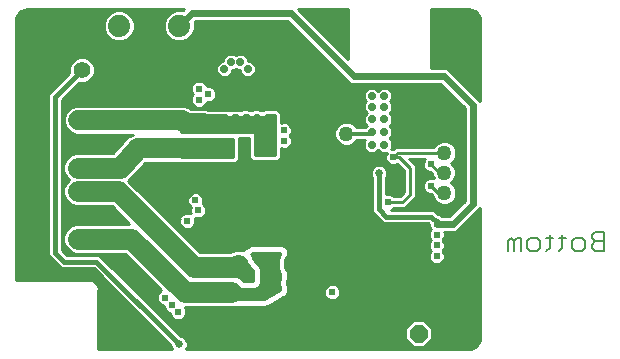
<source format=gbl>
G75*
%MOIN*%
%OFA0B0*%
%FSLAX25Y25*%
%IPPOS*%
%LPD*%
%AMOC8*
5,1,8,0,0,1.08239X$1,22.5*
%
%ADD10C,0.00600*%
%ADD11C,0.07400*%
%ADD12C,0.06299*%
%ADD13C,0.05600*%
%ADD14OC8,0.06000*%
%ADD15C,0.05000*%
%ADD16C,0.02384*%
%ADD17C,0.01000*%
%ADD18C,0.02364*%
%ADD19R,0.02584X0.02584*%
%ADD20C,0.08268*%
%ADD21OC8,0.02384*%
%ADD22OC8,0.02364*%
%ADD23C,0.01200*%
%ADD24C,0.07000*%
%ADD25C,0.06600*%
%ADD26C,0.02400*%
%ADD27C,0.01600*%
%ADD28C,0.02584*%
D10*
X0233012Y0109933D02*
X0233012Y0113136D01*
X0234080Y0114204D01*
X0235148Y0113136D01*
X0235148Y0109933D01*
X0237283Y0109933D02*
X0237283Y0114204D01*
X0236215Y0114204D01*
X0235148Y0113136D01*
X0239458Y0113136D02*
X0239458Y0111001D01*
X0240526Y0109933D01*
X0242661Y0109933D01*
X0243728Y0111001D01*
X0243728Y0113136D01*
X0242661Y0114204D01*
X0240526Y0114204D01*
X0239458Y0113136D01*
X0245890Y0114204D02*
X0248025Y0114204D01*
X0246958Y0115271D02*
X0246958Y0111001D01*
X0245890Y0109933D01*
X0250187Y0109933D02*
X0251255Y0111001D01*
X0251255Y0115271D01*
X0252322Y0114204D02*
X0250187Y0114204D01*
X0254497Y0113136D02*
X0255565Y0114204D01*
X0257700Y0114204D01*
X0258768Y0113136D01*
X0258768Y0111001D01*
X0257700Y0109933D01*
X0255565Y0109933D01*
X0254497Y0111001D01*
X0254497Y0113136D01*
X0260943Y0112068D02*
X0260943Y0111001D01*
X0262011Y0109933D01*
X0265213Y0109933D01*
X0265213Y0116339D01*
X0262011Y0116339D01*
X0260943Y0115271D01*
X0260943Y0114204D01*
X0262011Y0113136D01*
X0265213Y0113136D01*
X0262011Y0113136D02*
X0260943Y0112068D01*
D11*
X0123513Y0185033D03*
X0113513Y0185033D03*
X0103513Y0185033D03*
D12*
X0089913Y0153581D03*
X0089913Y0145581D03*
X0089913Y0137707D03*
X0089913Y0129833D03*
X0089913Y0121959D03*
X0089913Y0114085D03*
D13*
X0091113Y0170296D03*
X0091113Y0178170D03*
D14*
X0203313Y0082433D03*
D15*
X0211927Y0129388D03*
X0211875Y0136088D03*
X0211923Y0142688D03*
X0179272Y0149088D03*
D16*
X0180513Y0160033D03*
X0180513Y0163633D03*
X0164313Y0154033D03*
X0160713Y0157033D03*
X0151113Y0157433D03*
X0147513Y0157433D03*
X0143913Y0157433D03*
X0140313Y0157433D03*
X0157713Y0175633D03*
X0161913Y0175633D03*
X0160113Y0179233D03*
X0172113Y0187633D03*
X0176913Y0187633D03*
X0176913Y0182833D03*
X0146913Y0181433D03*
X0146913Y0185633D03*
X0137913Y0185633D03*
X0137913Y0182033D03*
X0128313Y0179033D03*
X0110913Y0170233D03*
X0107313Y0166033D03*
X0103713Y0170233D03*
X0103713Y0161833D03*
X0110913Y0161833D03*
X0080913Y0168433D03*
X0072513Y0168433D03*
X0074313Y0157033D03*
X0074313Y0153433D03*
X0074313Y0149233D03*
X0078513Y0143833D03*
X0078513Y0139033D03*
X0078513Y0134233D03*
X0078513Y0130633D03*
X0078513Y0126433D03*
X0078513Y0121033D03*
X0103113Y0105433D03*
X0106713Y0101833D03*
X0109713Y0097033D03*
X0113313Y0093433D03*
X0116913Y0090433D03*
X0111513Y0082633D03*
X0107313Y0087433D03*
X0103113Y0091633D03*
X0098913Y0095833D03*
X0130713Y0090433D03*
X0135513Y0090433D03*
X0140313Y0090433D03*
X0146913Y0090233D03*
X0150513Y0089233D03*
X0154113Y0089233D03*
X0157713Y0090433D03*
X0161313Y0093233D03*
X0164913Y0093233D03*
X0168513Y0093233D03*
X0174513Y0096233D03*
X0171513Y0099233D03*
X0167313Y0099233D03*
X0163713Y0099233D03*
X0160113Y0099233D03*
X0179913Y0098633D03*
X0182913Y0096233D03*
X0188313Y0091433D03*
X0192513Y0091433D03*
X0196113Y0091433D03*
X0184113Y0086633D03*
X0189013Y0080633D03*
X0209313Y0108233D03*
X0209313Y0111833D03*
X0209313Y0115433D03*
X0209313Y0119033D03*
X0220713Y0118433D03*
X0220713Y0114433D03*
X0220713Y0110033D03*
X0220713Y0105833D03*
X0207513Y0131633D03*
X0207513Y0138833D03*
X0194913Y0141233D03*
X0194913Y0134033D03*
X0210513Y0149233D03*
X0210513Y0153433D03*
X0210513Y0157633D03*
X0210513Y0161233D03*
X0215913Y0157633D03*
X0215913Y0153433D03*
X0215913Y0149233D03*
X0215313Y0181633D03*
X0211713Y0187033D03*
X0218913Y0187033D03*
X0080913Y0180433D03*
X0072513Y0180433D03*
D17*
X0096513Y0096536D02*
X0096513Y0077318D01*
X0121119Y0077318D01*
X0120721Y0078278D01*
X0120721Y0078373D01*
X0094961Y0104133D01*
X0084161Y0104133D01*
X0081161Y0107133D01*
X0079813Y0108481D01*
X0079813Y0162249D01*
X0081161Y0163596D01*
X0081161Y0163596D01*
X0086869Y0169305D01*
X0086813Y0169441D01*
X0086813Y0171152D01*
X0087468Y0172732D01*
X0088677Y0173942D01*
X0090258Y0174596D01*
X0091969Y0174596D01*
X0093549Y0173942D01*
X0094759Y0172732D01*
X0095413Y0171152D01*
X0095413Y0169441D01*
X0094759Y0167861D01*
X0093549Y0166651D01*
X0091969Y0165996D01*
X0090258Y0165996D01*
X0090122Y0166053D01*
X0084413Y0160344D01*
X0084413Y0110386D01*
X0086066Y0108733D01*
X0096866Y0108733D01*
X0098213Y0107386D01*
X0123974Y0081625D01*
X0124069Y0081625D01*
X0125095Y0081200D01*
X0125880Y0080415D01*
X0126305Y0079389D01*
X0126305Y0078278D01*
X0125908Y0077318D01*
X0220194Y0077318D01*
X0220879Y0077385D01*
X0222147Y0077910D01*
X0223117Y0078880D01*
X0223642Y0080147D01*
X0223709Y0080833D01*
X0223709Y0124363D01*
X0223602Y0124104D01*
X0217002Y0117504D01*
X0216243Y0116744D01*
X0215250Y0116333D01*
X0211854Y0116333D01*
X0212005Y0115969D01*
X0212005Y0114898D01*
X0211596Y0113908D01*
X0211320Y0113633D01*
X0211596Y0113358D01*
X0212005Y0112369D01*
X0212005Y0111298D01*
X0211596Y0110308D01*
X0211320Y0110033D01*
X0211596Y0109758D01*
X0212005Y0108769D01*
X0212005Y0107698D01*
X0211596Y0106708D01*
X0210838Y0105951D01*
X0209849Y0105541D01*
X0208778Y0105541D01*
X0207788Y0105951D01*
X0207031Y0106708D01*
X0206621Y0107698D01*
X0206621Y0108769D01*
X0207031Y0109758D01*
X0207306Y0110033D01*
X0207031Y0110308D01*
X0206621Y0111298D01*
X0206621Y0112369D01*
X0207031Y0113358D01*
X0207306Y0113633D01*
X0207031Y0113908D01*
X0206621Y0114898D01*
X0206621Y0115969D01*
X0207031Y0116958D01*
X0207300Y0117228D01*
X0207024Y0117504D01*
X0206613Y0118496D01*
X0206613Y0119081D01*
X0206561Y0119133D01*
X0191561Y0119133D01*
X0187813Y0122881D01*
X0187813Y0134185D01*
X0187746Y0134252D01*
X0187321Y0135278D01*
X0187321Y0136389D01*
X0187746Y0137415D01*
X0188532Y0138200D01*
X0189558Y0138625D01*
X0190669Y0138625D01*
X0191695Y0138200D01*
X0192480Y0137415D01*
X0192905Y0136389D01*
X0192905Y0135278D01*
X0192480Y0134252D01*
X0192413Y0134185D01*
X0192413Y0128846D01*
X0192580Y0128915D01*
X0193647Y0128915D01*
X0194633Y0128507D01*
X0194906Y0128233D01*
X0197085Y0128233D01*
X0198313Y0129462D01*
X0198313Y0136805D01*
X0196247Y0138872D01*
X0195449Y0138541D01*
X0194378Y0138541D01*
X0193388Y0138951D01*
X0192631Y0139708D01*
X0192221Y0140698D01*
X0192221Y0141769D01*
X0192624Y0142741D01*
X0190798Y0142741D01*
X0189813Y0143726D01*
X0188828Y0142741D01*
X0186598Y0142741D01*
X0185021Y0144318D01*
X0185021Y0146548D01*
X0185461Y0146988D01*
X0182731Y0146988D01*
X0182663Y0146823D01*
X0181537Y0145697D01*
X0180067Y0145088D01*
X0178476Y0145088D01*
X0177006Y0145697D01*
X0175880Y0146823D01*
X0175272Y0148293D01*
X0175272Y0149884D01*
X0175880Y0151354D01*
X0177006Y0152479D01*
X0178476Y0153088D01*
X0180067Y0153088D01*
X0181537Y0152479D01*
X0182663Y0151354D01*
X0182731Y0151188D01*
X0185461Y0151188D01*
X0186006Y0151733D01*
X0185021Y0152718D01*
X0185021Y0154948D01*
X0186006Y0155933D01*
X0185021Y0156918D01*
X0185021Y0159148D01*
X0185706Y0159833D01*
X0185021Y0160518D01*
X0185021Y0162748D01*
X0186598Y0164325D01*
X0188828Y0164325D01*
X0189813Y0163341D01*
X0190798Y0164325D01*
X0193028Y0164325D01*
X0194605Y0162748D01*
X0194605Y0160518D01*
X0193920Y0159833D01*
X0194605Y0159148D01*
X0194605Y0156918D01*
X0193620Y0155933D01*
X0194605Y0154948D01*
X0194605Y0152718D01*
X0193620Y0151733D01*
X0194605Y0150748D01*
X0194605Y0148518D01*
X0193620Y0147533D01*
X0194605Y0146548D01*
X0194605Y0144318D01*
X0194096Y0143809D01*
X0194378Y0143925D01*
X0194777Y0143925D01*
X0195540Y0144688D01*
X0208422Y0144688D01*
X0208532Y0144954D01*
X0209658Y0146079D01*
X0211128Y0146688D01*
X0212719Y0146688D01*
X0214189Y0146079D01*
X0215315Y0144954D01*
X0215923Y0143484D01*
X0215923Y0141893D01*
X0215315Y0140423D01*
X0214256Y0139364D01*
X0215266Y0138354D01*
X0215875Y0136884D01*
X0215875Y0135293D01*
X0215266Y0133823D01*
X0214208Y0132764D01*
X0215318Y0131654D01*
X0215927Y0130184D01*
X0215927Y0128593D01*
X0215318Y0127123D01*
X0214193Y0125997D01*
X0212723Y0125388D01*
X0211132Y0125388D01*
X0209662Y0125997D01*
X0208536Y0127123D01*
X0208070Y0128248D01*
X0207758Y0128560D01*
X0207377Y0128941D01*
X0206978Y0128941D01*
X0205988Y0129351D01*
X0205231Y0130108D01*
X0204821Y0131098D01*
X0204821Y0132169D01*
X0205231Y0133158D01*
X0205988Y0133916D01*
X0206978Y0134325D01*
X0208049Y0134325D01*
X0208323Y0134212D01*
X0207875Y0135293D01*
X0207875Y0135643D01*
X0207377Y0136141D01*
X0206978Y0136141D01*
X0205988Y0136551D01*
X0205231Y0137308D01*
X0204821Y0138298D01*
X0204821Y0139369D01*
X0205231Y0140358D01*
X0205561Y0140688D01*
X0200087Y0140688D01*
X0202313Y0138462D01*
X0202313Y0127805D01*
X0199913Y0125405D01*
X0198742Y0124233D01*
X0194906Y0124233D01*
X0194633Y0123960D01*
X0194086Y0123733D01*
X0208466Y0123733D01*
X0209813Y0122386D01*
X0209813Y0122386D01*
X0209877Y0122322D01*
X0210843Y0121922D01*
X0211032Y0121733D01*
X0213595Y0121733D01*
X0218613Y0126752D01*
X0218613Y0157515D01*
X0210595Y0165533D01*
X0181176Y0165533D01*
X0180184Y0165944D01*
X0159595Y0186533D01*
X0128832Y0186533D01*
X0128612Y0186313D01*
X0128713Y0186068D01*
X0128713Y0183999D01*
X0127922Y0182088D01*
X0126459Y0180625D01*
X0124548Y0179833D01*
X0122479Y0179833D01*
X0120568Y0180625D01*
X0119105Y0182088D01*
X0118313Y0183999D01*
X0118313Y0186068D01*
X0119105Y0187979D01*
X0120568Y0189442D01*
X0122479Y0190233D01*
X0124548Y0190233D01*
X0124793Y0190132D01*
X0125152Y0190491D01*
X0072713Y0190491D01*
X0072027Y0190423D01*
X0070760Y0189898D01*
X0069790Y0188928D01*
X0069265Y0187661D01*
X0069197Y0186975D01*
X0069197Y0100428D01*
X0094417Y0100335D01*
X0094979Y0100117D01*
X0095487Y0099791D01*
X0095920Y0099372D01*
X0096263Y0098876D01*
X0096500Y0098322D01*
X0096624Y0097731D01*
X0096628Y0097128D01*
X0096513Y0096536D01*
X0096628Y0097128D01*
X0096624Y0097731D01*
X0096500Y0098322D01*
X0096263Y0098876D01*
X0095920Y0099372D01*
X0095487Y0099791D01*
X0094979Y0100117D01*
X0094417Y0100335D01*
X0069197Y0100428D01*
X0069197Y0186975D01*
X0069265Y0187661D01*
X0069790Y0188928D01*
X0070760Y0189898D01*
X0072027Y0190423D01*
X0072713Y0190491D01*
X0125152Y0190491D01*
X0124793Y0190132D01*
X0124548Y0190233D01*
X0122479Y0190233D01*
X0120568Y0189442D01*
X0119105Y0187979D01*
X0118313Y0186068D01*
X0118313Y0183999D01*
X0119105Y0182088D01*
X0120568Y0180625D01*
X0122479Y0179833D01*
X0124548Y0179833D01*
X0126459Y0180625D01*
X0127922Y0182088D01*
X0128713Y0183999D01*
X0128713Y0186068D01*
X0128612Y0186313D01*
X0128832Y0186533D01*
X0159595Y0186533D01*
X0180184Y0165944D01*
X0181176Y0165533D01*
X0210595Y0165533D01*
X0218613Y0157515D01*
X0218613Y0126752D01*
X0213595Y0121733D01*
X0211032Y0121733D01*
X0210843Y0121922D01*
X0209877Y0122322D01*
X0209813Y0122386D01*
X0208466Y0123733D01*
X0194086Y0123733D01*
X0194633Y0123960D01*
X0194906Y0124233D01*
X0198742Y0124233D01*
X0199913Y0125405D01*
X0202313Y0127805D01*
X0202313Y0138462D01*
X0200087Y0140688D01*
X0205561Y0140688D01*
X0205231Y0140358D01*
X0204821Y0139369D01*
X0204821Y0138298D01*
X0205231Y0137308D01*
X0205988Y0136551D01*
X0206978Y0136141D01*
X0207377Y0136141D01*
X0207875Y0135643D01*
X0207875Y0135293D01*
X0208323Y0134212D01*
X0208049Y0134325D01*
X0206978Y0134325D01*
X0205988Y0133916D01*
X0205231Y0133158D01*
X0204821Y0132169D01*
X0204821Y0131098D01*
X0205231Y0130108D01*
X0205988Y0129351D01*
X0206978Y0128941D01*
X0207377Y0128941D01*
X0207758Y0128560D01*
X0208070Y0128248D01*
X0208536Y0127123D01*
X0209662Y0125997D01*
X0211132Y0125388D01*
X0212723Y0125388D01*
X0214193Y0125997D01*
X0215318Y0127123D01*
X0215927Y0128593D01*
X0215927Y0130184D01*
X0215318Y0131654D01*
X0214208Y0132764D01*
X0215266Y0133823D01*
X0215875Y0135293D01*
X0215875Y0136884D01*
X0215266Y0138354D01*
X0214256Y0139364D01*
X0215315Y0140423D01*
X0215923Y0141893D01*
X0215923Y0143484D01*
X0215315Y0144954D01*
X0214189Y0146079D01*
X0212719Y0146688D01*
X0211128Y0146688D01*
X0209658Y0146079D01*
X0208532Y0144954D01*
X0208422Y0144688D01*
X0195540Y0144688D01*
X0194777Y0143925D01*
X0194378Y0143925D01*
X0194096Y0143809D01*
X0194605Y0144318D01*
X0194605Y0146548D01*
X0193620Y0147533D01*
X0194605Y0148518D01*
X0194605Y0150748D01*
X0193620Y0151733D01*
X0194605Y0152718D01*
X0194605Y0154948D01*
X0193620Y0155933D01*
X0194605Y0156918D01*
X0194605Y0159148D01*
X0193920Y0159833D01*
X0194605Y0160518D01*
X0194605Y0162748D01*
X0193028Y0164325D01*
X0190798Y0164325D01*
X0189813Y0163341D01*
X0188828Y0164325D01*
X0186598Y0164325D01*
X0185021Y0162748D01*
X0185021Y0160518D01*
X0185706Y0159833D01*
X0185021Y0159148D01*
X0185021Y0156918D01*
X0186006Y0155933D01*
X0185021Y0154948D01*
X0185021Y0152718D01*
X0186006Y0151733D01*
X0185461Y0151188D01*
X0182731Y0151188D01*
X0182663Y0151354D01*
X0181537Y0152479D01*
X0180067Y0153088D01*
X0178476Y0153088D01*
X0177006Y0152479D01*
X0175880Y0151354D01*
X0175272Y0149884D01*
X0175272Y0148293D01*
X0175880Y0146823D01*
X0177006Y0145697D01*
X0178476Y0145088D01*
X0180067Y0145088D01*
X0181537Y0145697D01*
X0182663Y0146823D01*
X0182731Y0146988D01*
X0185461Y0146988D01*
X0185021Y0146548D01*
X0185021Y0144318D01*
X0186598Y0142741D01*
X0188828Y0142741D01*
X0189813Y0143726D01*
X0190798Y0142741D01*
X0192624Y0142741D01*
X0192221Y0141769D01*
X0192221Y0140698D01*
X0192631Y0139708D01*
X0193388Y0138951D01*
X0194378Y0138541D01*
X0195449Y0138541D01*
X0196247Y0138872D01*
X0198313Y0136805D01*
X0198313Y0129462D01*
X0197085Y0128233D01*
X0194906Y0128233D01*
X0194633Y0128507D01*
X0193647Y0128915D01*
X0192580Y0128915D01*
X0192413Y0128846D01*
X0192413Y0134185D01*
X0192480Y0134252D01*
X0192905Y0135278D01*
X0192905Y0136389D01*
X0192480Y0137415D01*
X0191695Y0138200D01*
X0190669Y0138625D01*
X0189558Y0138625D01*
X0188532Y0138200D01*
X0187746Y0137415D01*
X0187321Y0136389D01*
X0187321Y0135278D01*
X0187746Y0134252D01*
X0187813Y0134185D01*
X0187813Y0122881D01*
X0191561Y0119133D01*
X0206561Y0119133D01*
X0206613Y0119081D01*
X0206613Y0118496D01*
X0207024Y0117504D01*
X0207300Y0117228D01*
X0207031Y0116958D01*
X0206621Y0115969D01*
X0206621Y0114898D01*
X0207031Y0113908D01*
X0207306Y0113633D01*
X0207031Y0113358D01*
X0206621Y0112369D01*
X0206621Y0111298D01*
X0207031Y0110308D01*
X0207306Y0110033D01*
X0207031Y0109758D01*
X0206621Y0108769D01*
X0206621Y0107698D01*
X0207031Y0106708D01*
X0207788Y0105951D01*
X0208778Y0105541D01*
X0209849Y0105541D01*
X0210838Y0105951D01*
X0211596Y0106708D01*
X0212005Y0107698D01*
X0212005Y0108769D01*
X0211596Y0109758D01*
X0211320Y0110033D01*
X0211596Y0110308D01*
X0212005Y0111298D01*
X0212005Y0112369D01*
X0211596Y0113358D01*
X0211320Y0113633D01*
X0211596Y0113908D01*
X0212005Y0114898D01*
X0212005Y0115969D01*
X0211854Y0116333D01*
X0215250Y0116333D01*
X0216243Y0116744D01*
X0217002Y0117504D01*
X0223602Y0124104D01*
X0223709Y0124363D01*
X0223709Y0080833D01*
X0223642Y0080147D01*
X0223117Y0078880D01*
X0222147Y0077910D01*
X0220879Y0077385D01*
X0220194Y0077318D01*
X0125908Y0077318D01*
X0126305Y0078278D01*
X0126305Y0079389D01*
X0125880Y0080415D01*
X0125095Y0081200D01*
X0124069Y0081625D01*
X0123974Y0081625D01*
X0098213Y0107386D01*
X0096866Y0108733D01*
X0086066Y0108733D01*
X0084413Y0110386D01*
X0084413Y0160344D01*
X0090122Y0166053D01*
X0090258Y0165996D01*
X0091969Y0165996D01*
X0093549Y0166651D01*
X0094759Y0167861D01*
X0095413Y0169441D01*
X0095413Y0171152D01*
X0094759Y0172732D01*
X0093549Y0173942D01*
X0091969Y0174596D01*
X0090258Y0174596D01*
X0088677Y0173942D01*
X0087468Y0172732D01*
X0086813Y0171152D01*
X0086813Y0169441D01*
X0086869Y0169305D01*
X0081161Y0163596D01*
X0079813Y0162249D01*
X0079813Y0108481D01*
X0081161Y0107133D01*
X0084161Y0104133D01*
X0094961Y0104133D01*
X0120721Y0078373D01*
X0120721Y0078278D01*
X0121119Y0077318D01*
X0096513Y0077318D01*
X0096513Y0096536D01*
X0096628Y0097128D01*
X0096624Y0097731D01*
X0096500Y0098322D01*
X0096263Y0098876D01*
X0095920Y0099372D01*
X0095487Y0099791D01*
X0094979Y0100117D01*
X0094417Y0100335D01*
X0069197Y0100428D01*
X0069197Y0186975D01*
X0069265Y0187661D01*
X0069790Y0188928D01*
X0070760Y0189898D01*
X0072027Y0190423D01*
X0072713Y0190491D01*
X0125152Y0190491D01*
X0124793Y0190132D01*
X0124548Y0190233D01*
X0122479Y0190233D01*
X0120568Y0189442D01*
X0119105Y0187979D01*
X0118313Y0186068D01*
X0118313Y0183999D01*
X0119105Y0182088D01*
X0120568Y0180625D01*
X0122479Y0179833D01*
X0124548Y0179833D01*
X0126459Y0180625D01*
X0127922Y0182088D01*
X0128713Y0183999D01*
X0128713Y0186068D01*
X0128612Y0186313D01*
X0128832Y0186533D01*
X0159595Y0186533D01*
X0180184Y0165944D01*
X0181176Y0165533D01*
X0210595Y0165533D01*
X0218613Y0157515D01*
X0218613Y0126752D01*
X0213595Y0121733D01*
X0211032Y0121733D01*
X0210843Y0121922D01*
X0209877Y0122322D01*
X0209813Y0122386D01*
X0209813Y0122386D01*
X0208466Y0123733D01*
X0194086Y0123733D01*
X0194633Y0123960D01*
X0194906Y0124233D01*
X0198742Y0124233D01*
X0199913Y0125405D01*
X0202313Y0127805D01*
X0202313Y0138462D01*
X0200087Y0140688D01*
X0205561Y0140688D01*
X0205231Y0140358D01*
X0204821Y0139369D01*
X0204821Y0138298D01*
X0205231Y0137308D01*
X0205988Y0136551D01*
X0206978Y0136141D01*
X0207377Y0136141D01*
X0207875Y0135643D01*
X0207875Y0135293D01*
X0208323Y0134212D01*
X0208049Y0134325D01*
X0206978Y0134325D01*
X0205988Y0133916D01*
X0205231Y0133158D01*
X0204821Y0132169D01*
X0204821Y0131098D01*
X0205231Y0130108D01*
X0205988Y0129351D01*
X0206978Y0128941D01*
X0207377Y0128941D01*
X0207758Y0128560D01*
X0208070Y0128248D01*
X0208536Y0127123D01*
X0209662Y0125997D01*
X0211132Y0125388D01*
X0212723Y0125388D01*
X0214193Y0125997D01*
X0215318Y0127123D01*
X0215927Y0128593D01*
X0215927Y0130184D01*
X0215318Y0131654D01*
X0214208Y0132764D01*
X0215266Y0133823D01*
X0215875Y0135293D01*
X0215875Y0136884D01*
X0215266Y0138354D01*
X0214256Y0139364D01*
X0215315Y0140423D01*
X0215923Y0141893D01*
X0215923Y0143484D01*
X0215315Y0144954D01*
X0214189Y0146079D01*
X0212719Y0146688D01*
X0211128Y0146688D01*
X0209658Y0146079D01*
X0208532Y0144954D01*
X0208422Y0144688D01*
X0195540Y0144688D01*
X0194777Y0143925D01*
X0194378Y0143925D01*
X0194096Y0143809D01*
X0194605Y0144318D01*
X0194605Y0146548D01*
X0193620Y0147533D01*
X0194605Y0148518D01*
X0194605Y0150748D01*
X0193620Y0151733D01*
X0194605Y0152718D01*
X0194605Y0154948D01*
X0193620Y0155933D01*
X0194605Y0156918D01*
X0194605Y0159148D01*
X0193920Y0159833D01*
X0194605Y0160518D01*
X0194605Y0162748D01*
X0193028Y0164325D01*
X0190798Y0164325D01*
X0189813Y0163341D01*
X0188828Y0164325D01*
X0186598Y0164325D01*
X0185021Y0162748D01*
X0185021Y0160518D01*
X0185706Y0159833D01*
X0185021Y0159148D01*
X0185021Y0156918D01*
X0186006Y0155933D01*
X0185021Y0154948D01*
X0185021Y0152718D01*
X0186006Y0151733D01*
X0185461Y0151188D01*
X0182731Y0151188D01*
X0182663Y0151354D01*
X0181537Y0152479D01*
X0180067Y0153088D01*
X0178476Y0153088D01*
X0177006Y0152479D01*
X0175880Y0151354D01*
X0175272Y0149884D01*
X0175272Y0148293D01*
X0175880Y0146823D01*
X0177006Y0145697D01*
X0178476Y0145088D01*
X0180067Y0145088D01*
X0181537Y0145697D01*
X0182663Y0146823D01*
X0182731Y0146988D01*
X0185461Y0146988D01*
X0185021Y0146548D01*
X0185021Y0144318D01*
X0186598Y0142741D01*
X0188828Y0142741D01*
X0189813Y0143726D01*
X0190798Y0142741D01*
X0192624Y0142741D01*
X0192221Y0141769D01*
X0192221Y0140698D01*
X0192631Y0139708D01*
X0193388Y0138951D01*
X0194378Y0138541D01*
X0195449Y0138541D01*
X0196247Y0138872D01*
X0198313Y0136805D01*
X0198313Y0129462D01*
X0197085Y0128233D01*
X0194906Y0128233D01*
X0194633Y0128507D01*
X0193647Y0128915D01*
X0192580Y0128915D01*
X0192413Y0128846D01*
X0192413Y0134185D01*
X0192480Y0134252D01*
X0192905Y0135278D01*
X0192905Y0136389D01*
X0192480Y0137415D01*
X0191695Y0138200D01*
X0190669Y0138625D01*
X0189558Y0138625D01*
X0188532Y0138200D01*
X0187746Y0137415D01*
X0187321Y0136389D01*
X0187321Y0135278D01*
X0187746Y0134252D01*
X0187813Y0134185D01*
X0187813Y0122881D01*
X0191561Y0119133D01*
X0206561Y0119133D01*
X0206613Y0119081D01*
X0206613Y0118496D01*
X0207024Y0117504D01*
X0207300Y0117228D01*
X0207031Y0116958D01*
X0206621Y0115969D01*
X0206621Y0114898D01*
X0207031Y0113908D01*
X0207306Y0113633D01*
X0207031Y0113358D01*
X0206621Y0112369D01*
X0206621Y0111298D01*
X0207031Y0110308D01*
X0207306Y0110033D01*
X0207031Y0109758D01*
X0206621Y0108769D01*
X0206621Y0107698D01*
X0207031Y0106708D01*
X0207788Y0105951D01*
X0208778Y0105541D01*
X0209849Y0105541D01*
X0210838Y0105951D01*
X0211596Y0106708D01*
X0212005Y0107698D01*
X0212005Y0108769D01*
X0211596Y0109758D01*
X0211320Y0110033D01*
X0211596Y0110308D01*
X0212005Y0111298D01*
X0212005Y0112369D01*
X0211596Y0113358D01*
X0211320Y0113633D01*
X0211596Y0113908D01*
X0212005Y0114898D01*
X0212005Y0115969D01*
X0211854Y0116333D01*
X0215250Y0116333D01*
X0216243Y0116744D01*
X0217002Y0117504D01*
X0223602Y0124104D01*
X0223709Y0124363D01*
X0223709Y0080833D01*
X0223642Y0080147D01*
X0223117Y0078880D01*
X0222147Y0077910D01*
X0220879Y0077385D01*
X0220194Y0077318D01*
X0125908Y0077318D01*
X0126305Y0078278D01*
X0126305Y0079389D01*
X0125880Y0080415D01*
X0125095Y0081200D01*
X0124069Y0081625D01*
X0123974Y0081625D01*
X0098213Y0107386D01*
X0096866Y0108733D01*
X0086066Y0108733D01*
X0084413Y0110386D01*
X0084413Y0160344D01*
X0090122Y0166053D01*
X0090258Y0165996D01*
X0091969Y0165996D01*
X0093549Y0166651D01*
X0094759Y0167861D01*
X0095413Y0169441D01*
X0095413Y0171152D01*
X0094759Y0172732D01*
X0093549Y0173942D01*
X0091969Y0174596D01*
X0090258Y0174596D01*
X0088677Y0173942D01*
X0087468Y0172732D01*
X0086813Y0171152D01*
X0086813Y0169441D01*
X0086869Y0169305D01*
X0081161Y0163596D01*
X0081161Y0163596D01*
X0079813Y0162249D01*
X0079813Y0108481D01*
X0081161Y0107133D01*
X0084161Y0104133D01*
X0094961Y0104133D01*
X0120721Y0078373D01*
X0120721Y0078278D01*
X0121119Y0077318D01*
X0096513Y0077318D01*
X0096513Y0096536D01*
X0096565Y0096802D02*
X0102292Y0096802D01*
X0096565Y0096802D01*
X0102292Y0096802D01*
X0103290Y0095804D02*
X0096513Y0095804D01*
X0103290Y0095804D01*
X0096513Y0095804D01*
X0096513Y0094805D02*
X0104289Y0094805D01*
X0096513Y0094805D01*
X0104289Y0094805D01*
X0105287Y0093807D02*
X0096513Y0093807D01*
X0105287Y0093807D01*
X0096513Y0093807D01*
X0096513Y0092808D02*
X0106286Y0092808D01*
X0096513Y0092808D01*
X0106286Y0092808D01*
X0107284Y0091810D02*
X0096513Y0091810D01*
X0107284Y0091810D01*
X0096513Y0091810D01*
X0096513Y0090811D02*
X0108283Y0090811D01*
X0096513Y0090811D01*
X0108283Y0090811D01*
X0109281Y0089812D02*
X0096513Y0089812D01*
X0109281Y0089812D01*
X0096513Y0089812D01*
X0096513Y0088814D02*
X0110280Y0088814D01*
X0096513Y0088814D01*
X0110280Y0088814D01*
X0111278Y0087815D02*
X0096513Y0087815D01*
X0111278Y0087815D01*
X0096513Y0087815D01*
X0096513Y0086817D02*
X0112277Y0086817D01*
X0096513Y0086817D01*
X0112277Y0086817D01*
X0113275Y0085818D02*
X0096513Y0085818D01*
X0113275Y0085818D01*
X0096513Y0085818D01*
X0096513Y0084820D02*
X0114274Y0084820D01*
X0096513Y0084820D01*
X0114274Y0084820D01*
X0115272Y0083821D02*
X0096513Y0083821D01*
X0115272Y0083821D01*
X0096513Y0083821D01*
X0096513Y0082823D02*
X0116271Y0082823D01*
X0096513Y0082823D01*
X0116271Y0082823D01*
X0117269Y0081824D02*
X0096513Y0081824D01*
X0117269Y0081824D01*
X0096513Y0081824D01*
X0096513Y0080826D02*
X0118268Y0080826D01*
X0096513Y0080826D01*
X0118268Y0080826D01*
X0119267Y0079827D02*
X0096513Y0079827D01*
X0119267Y0079827D01*
X0096513Y0079827D01*
X0096513Y0078829D02*
X0120265Y0078829D01*
X0096513Y0078829D01*
X0120265Y0078829D01*
X0120907Y0077830D02*
X0096513Y0077830D01*
X0120907Y0077830D01*
X0096513Y0077830D01*
X0112791Y0092808D02*
X0116545Y0092808D01*
X0112791Y0092808D01*
X0116545Y0092808D01*
X0116439Y0092914D02*
X0117194Y0092160D01*
X0118180Y0091751D01*
X0118431Y0091751D01*
X0118431Y0091500D01*
X0118839Y0090514D01*
X0119594Y0089760D01*
X0120431Y0089413D01*
X0120431Y0089200D01*
X0120839Y0088214D01*
X0121594Y0087460D01*
X0122580Y0087051D01*
X0123647Y0087051D01*
X0124633Y0087460D01*
X0125387Y0088214D01*
X0125795Y0089200D01*
X0125795Y0090267D01*
X0125395Y0091233D01*
X0141908Y0091233D01*
X0151349Y0091233D01*
X0151496Y0091191D01*
X0151862Y0091233D01*
X0152230Y0091233D01*
X0152372Y0091292D01*
X0152524Y0091309D01*
X0152846Y0091488D01*
X0153186Y0091629D01*
X0153294Y0091737D01*
X0158246Y0094488D01*
X0158586Y0094629D01*
X0158694Y0094737D01*
X0158828Y0094812D01*
X0159057Y0095100D01*
X0159317Y0095361D01*
X0159376Y0095502D01*
X0159471Y0095622D01*
X0159572Y0095976D01*
X0159713Y0096316D01*
X0159713Y0096469D01*
X0159755Y0096616D01*
X0159713Y0096982D01*
X0159713Y0109951D01*
X0159317Y0110906D01*
X0158586Y0111637D01*
X0157630Y0112033D01*
X0148371Y0112033D01*
X0148116Y0112084D01*
X0147859Y0112033D01*
X0147596Y0112033D01*
X0147356Y0111934D01*
X0147101Y0111884D01*
X0146883Y0111738D01*
X0146640Y0111637D01*
X0146457Y0111454D01*
X0145167Y0110594D01*
X0145014Y0110544D01*
X0144740Y0110310D01*
X0144612Y0110224D01*
X0144108Y0110433D01*
X0142119Y0110433D01*
X0140285Y0109674D01*
X0140231Y0109683D01*
X0140016Y0109633D01*
X0130384Y0109633D01*
X0106584Y0133433D01*
X0106640Y0133489D01*
X0106761Y0133546D01*
X0107340Y0134189D01*
X0107952Y0134801D01*
X0108003Y0134925D01*
X0112068Y0139433D01*
X0123085Y0139433D01*
X0123285Y0139233D01*
X0142342Y0139233D01*
X0143513Y0140405D01*
X0143513Y0147633D01*
X0146713Y0147633D01*
X0146713Y0141005D01*
X0147885Y0139833D01*
X0156142Y0139833D01*
X0157313Y0141005D01*
X0157313Y0144144D01*
X0157780Y0143951D01*
X0158847Y0143951D01*
X0159833Y0144360D01*
X0160587Y0145114D01*
X0160995Y0146100D01*
X0160995Y0147167D01*
X0160587Y0148153D01*
X0160306Y0148433D01*
X0160587Y0148714D01*
X0160995Y0149700D01*
X0160995Y0150767D01*
X0160587Y0151753D01*
X0159833Y0152507D01*
X0158847Y0152915D01*
X0157780Y0152915D01*
X0157313Y0152722D01*
X0157313Y0154412D01*
X0157319Y0154418D01*
X0157313Y0155239D01*
X0157313Y0156062D01*
X0157308Y0156067D01*
X0157308Y0156075D01*
X0156723Y0156652D01*
X0156142Y0157233D01*
X0156134Y0157233D01*
X0156129Y0157239D01*
X0155307Y0157233D01*
X0154485Y0157233D01*
X0154480Y0157228D01*
X0133095Y0157091D01*
X0132268Y0157433D01*
X0127301Y0157433D01*
X0127084Y0157651D01*
X0125320Y0158381D01*
X0088958Y0158381D01*
X0087194Y0157651D01*
X0085844Y0156300D01*
X0085113Y0154536D01*
X0085113Y0152627D01*
X0085844Y0150862D01*
X0087194Y0149512D01*
X0088958Y0148781D01*
X0108150Y0148781D01*
X0106994Y0148303D01*
X0106826Y0148135D01*
X0106166Y0147820D01*
X0101489Y0142633D01*
X0091086Y0142633D01*
X0090908Y0142707D01*
X0088919Y0142707D01*
X0087081Y0141946D01*
X0085674Y0140540D01*
X0084913Y0138702D01*
X0084913Y0136713D01*
X0085674Y0134875D01*
X0086779Y0133770D01*
X0085674Y0132666D01*
X0084913Y0130828D01*
X0084913Y0128839D01*
X0085674Y0127001D01*
X0087081Y0125595D01*
X0088919Y0124833D01*
X0101042Y0124833D01*
X0106790Y0119085D01*
X0088919Y0119085D01*
X0087081Y0118324D01*
X0085674Y0116918D01*
X0084913Y0115080D01*
X0084913Y0113091D01*
X0085674Y0111253D01*
X0087081Y0109847D01*
X0088919Y0109085D01*
X0105390Y0109085D01*
X0117600Y0096875D01*
X0117194Y0096707D01*
X0116439Y0095953D01*
X0116031Y0094967D01*
X0116031Y0093900D01*
X0116439Y0092914D01*
X0117194Y0092160D01*
X0118180Y0091751D01*
X0118431Y0091751D01*
X0118431Y0091500D01*
X0118839Y0090514D01*
X0119594Y0089760D01*
X0120431Y0089413D01*
X0120431Y0089200D01*
X0120839Y0088214D01*
X0121594Y0087460D01*
X0122580Y0087051D01*
X0123647Y0087051D01*
X0124633Y0087460D01*
X0125387Y0088214D01*
X0125795Y0089200D01*
X0125795Y0090267D01*
X0125395Y0091233D01*
X0141908Y0091233D01*
X0151349Y0091233D01*
X0151496Y0091191D01*
X0151862Y0091233D01*
X0152230Y0091233D01*
X0152372Y0091292D01*
X0152524Y0091309D01*
X0152846Y0091488D01*
X0153186Y0091629D01*
X0153294Y0091737D01*
X0158246Y0094488D01*
X0158586Y0094629D01*
X0158694Y0094737D01*
X0158828Y0094812D01*
X0159057Y0095100D01*
X0159317Y0095361D01*
X0159376Y0095502D01*
X0159471Y0095622D01*
X0159572Y0095976D01*
X0159713Y0096316D01*
X0159713Y0096469D01*
X0159755Y0096616D01*
X0159713Y0096982D01*
X0159713Y0109951D01*
X0159317Y0110906D01*
X0158586Y0111637D01*
X0157630Y0112033D01*
X0148371Y0112033D01*
X0148116Y0112084D01*
X0147859Y0112033D01*
X0147596Y0112033D01*
X0147356Y0111934D01*
X0147101Y0111884D01*
X0146883Y0111738D01*
X0146640Y0111637D01*
X0146457Y0111454D01*
X0145167Y0110594D01*
X0145014Y0110544D01*
X0144740Y0110310D01*
X0144612Y0110224D01*
X0144108Y0110433D01*
X0142119Y0110433D01*
X0140285Y0109674D01*
X0140231Y0109683D01*
X0140016Y0109633D01*
X0130384Y0109633D01*
X0106584Y0133433D01*
X0106640Y0133489D01*
X0106761Y0133546D01*
X0107340Y0134189D01*
X0107952Y0134801D01*
X0108003Y0134925D01*
X0112068Y0139433D01*
X0123085Y0139433D01*
X0123285Y0139233D01*
X0142342Y0139233D01*
X0143513Y0140405D01*
X0143513Y0147633D01*
X0146713Y0147633D01*
X0146713Y0141005D01*
X0147885Y0139833D01*
X0156142Y0139833D01*
X0157313Y0141005D01*
X0157313Y0144144D01*
X0157780Y0143951D01*
X0158847Y0143951D01*
X0159833Y0144360D01*
X0160587Y0145114D01*
X0160995Y0146100D01*
X0160995Y0147167D01*
X0160587Y0148153D01*
X0160306Y0148433D01*
X0160587Y0148714D01*
X0160995Y0149700D01*
X0160995Y0150767D01*
X0160587Y0151753D01*
X0159833Y0152507D01*
X0158847Y0152915D01*
X0157780Y0152915D01*
X0157313Y0152722D01*
X0157313Y0154412D01*
X0157319Y0154418D01*
X0157313Y0155239D01*
X0157313Y0156062D01*
X0157308Y0156067D01*
X0157308Y0156075D01*
X0156723Y0156652D01*
X0156142Y0157233D01*
X0156134Y0157233D01*
X0156129Y0157239D01*
X0155307Y0157233D01*
X0154485Y0157233D01*
X0154480Y0157228D01*
X0133095Y0157091D01*
X0132268Y0157433D01*
X0127301Y0157433D01*
X0127084Y0157651D01*
X0125320Y0158381D01*
X0088958Y0158381D01*
X0087194Y0157651D01*
X0085844Y0156300D01*
X0085113Y0154536D01*
X0085113Y0152627D01*
X0085844Y0150862D01*
X0087194Y0149512D01*
X0088958Y0148781D01*
X0108150Y0148781D01*
X0106994Y0148303D01*
X0106826Y0148135D01*
X0106166Y0147820D01*
X0101489Y0142633D01*
X0091086Y0142633D01*
X0090908Y0142707D01*
X0088919Y0142707D01*
X0087081Y0141946D01*
X0085674Y0140540D01*
X0084913Y0138702D01*
X0084913Y0136713D01*
X0085674Y0134875D01*
X0086779Y0133770D01*
X0085674Y0132666D01*
X0084913Y0130828D01*
X0084913Y0128839D01*
X0085674Y0127001D01*
X0087081Y0125595D01*
X0088919Y0124833D01*
X0101042Y0124833D01*
X0106790Y0119085D01*
X0088919Y0119085D01*
X0087081Y0118324D01*
X0085674Y0116918D01*
X0084913Y0115080D01*
X0084913Y0113091D01*
X0085674Y0111253D01*
X0087081Y0109847D01*
X0088919Y0109085D01*
X0105390Y0109085D01*
X0117600Y0096875D01*
X0117194Y0096707D01*
X0116439Y0095953D01*
X0116031Y0094967D01*
X0116031Y0093900D01*
X0116439Y0092914D01*
X0117194Y0092160D01*
X0118180Y0091751D01*
X0118431Y0091751D01*
X0118431Y0091500D01*
X0118839Y0090514D01*
X0119594Y0089760D01*
X0120431Y0089413D01*
X0120431Y0089200D01*
X0120839Y0088214D01*
X0121594Y0087460D01*
X0122580Y0087051D01*
X0123647Y0087051D01*
X0124633Y0087460D01*
X0125387Y0088214D01*
X0125795Y0089200D01*
X0125795Y0090267D01*
X0125395Y0091233D01*
X0141908Y0091233D01*
X0151349Y0091233D01*
X0151496Y0091191D01*
X0151862Y0091233D01*
X0152230Y0091233D01*
X0152372Y0091292D01*
X0152524Y0091309D01*
X0152846Y0091488D01*
X0153186Y0091629D01*
X0153294Y0091737D01*
X0158246Y0094488D01*
X0158586Y0094629D01*
X0158694Y0094737D01*
X0158828Y0094812D01*
X0159057Y0095100D01*
X0159317Y0095361D01*
X0159376Y0095502D01*
X0159471Y0095622D01*
X0159572Y0095976D01*
X0159713Y0096316D01*
X0159713Y0096469D01*
X0159755Y0096616D01*
X0159713Y0096982D01*
X0159713Y0109951D01*
X0159317Y0110906D01*
X0158586Y0111637D01*
X0157630Y0112033D01*
X0148371Y0112033D01*
X0148116Y0112084D01*
X0147859Y0112033D01*
X0147596Y0112033D01*
X0147356Y0111934D01*
X0147101Y0111884D01*
X0146883Y0111738D01*
X0146640Y0111637D01*
X0146457Y0111454D01*
X0145167Y0110594D01*
X0145014Y0110544D01*
X0144740Y0110310D01*
X0144612Y0110224D01*
X0144108Y0110433D01*
X0142119Y0110433D01*
X0140285Y0109674D01*
X0140231Y0109683D01*
X0140016Y0109633D01*
X0130384Y0109633D01*
X0106584Y0133433D01*
X0106640Y0133489D01*
X0106761Y0133546D01*
X0107340Y0134189D01*
X0107952Y0134801D01*
X0108003Y0134925D01*
X0112068Y0139433D01*
X0123085Y0139433D01*
X0123285Y0139233D01*
X0142342Y0139233D01*
X0143513Y0140405D01*
X0143513Y0147633D01*
X0146713Y0147633D01*
X0146713Y0141005D01*
X0147885Y0139833D01*
X0156142Y0139833D01*
X0157313Y0141005D01*
X0157313Y0144144D01*
X0157780Y0143951D01*
X0158847Y0143951D01*
X0159833Y0144360D01*
X0160587Y0145114D01*
X0160995Y0146100D01*
X0160995Y0147167D01*
X0160587Y0148153D01*
X0160306Y0148433D01*
X0160587Y0148714D01*
X0160995Y0149700D01*
X0160995Y0150767D01*
X0160587Y0151753D01*
X0159833Y0152507D01*
X0158847Y0152915D01*
X0157780Y0152915D01*
X0157313Y0152722D01*
X0157313Y0154412D01*
X0157319Y0154418D01*
X0157313Y0155239D01*
X0157313Y0156062D01*
X0157308Y0156067D01*
X0157308Y0156075D01*
X0156723Y0156652D01*
X0156142Y0157233D01*
X0156134Y0157233D01*
X0156129Y0157239D01*
X0155307Y0157233D01*
X0154485Y0157233D01*
X0154480Y0157228D01*
X0133095Y0157091D01*
X0132268Y0157433D01*
X0127301Y0157433D01*
X0127084Y0157651D01*
X0125320Y0158381D01*
X0088958Y0158381D01*
X0087194Y0157651D01*
X0085844Y0156300D01*
X0085113Y0154536D01*
X0085113Y0152627D01*
X0085844Y0150862D01*
X0087194Y0149512D01*
X0088958Y0148781D01*
X0108150Y0148781D01*
X0106994Y0148303D01*
X0106826Y0148135D01*
X0106166Y0147820D01*
X0101489Y0142633D01*
X0091086Y0142633D01*
X0090908Y0142707D01*
X0088919Y0142707D01*
X0087081Y0141946D01*
X0085674Y0140540D01*
X0084913Y0138702D01*
X0084913Y0136713D01*
X0085674Y0134875D01*
X0086779Y0133770D01*
X0085674Y0132666D01*
X0084913Y0130828D01*
X0084913Y0128839D01*
X0085674Y0127001D01*
X0087081Y0125595D01*
X0088919Y0124833D01*
X0101042Y0124833D01*
X0106790Y0119085D01*
X0088919Y0119085D01*
X0087081Y0118324D01*
X0085674Y0116918D01*
X0084913Y0115080D01*
X0084913Y0113091D01*
X0085674Y0111253D01*
X0087081Y0109847D01*
X0088919Y0109085D01*
X0105390Y0109085D01*
X0117600Y0096875D01*
X0117194Y0096707D01*
X0116439Y0095953D01*
X0116031Y0094967D01*
X0116031Y0093900D01*
X0116439Y0092914D01*
X0116070Y0093807D02*
X0111793Y0093807D01*
X0116070Y0093807D01*
X0111793Y0093807D01*
X0110794Y0094805D02*
X0116031Y0094805D01*
X0110794Y0094805D01*
X0116031Y0094805D01*
X0116378Y0095804D02*
X0109796Y0095804D01*
X0116378Y0095804D01*
X0109796Y0095804D01*
X0108797Y0096802D02*
X0117423Y0096802D01*
X0108797Y0096802D01*
X0117423Y0096802D01*
X0116675Y0097801D02*
X0107799Y0097801D01*
X0116675Y0097801D01*
X0107799Y0097801D01*
X0106800Y0098799D02*
X0115676Y0098799D01*
X0106800Y0098799D01*
X0115676Y0098799D01*
X0114678Y0099798D02*
X0105802Y0099798D01*
X0114678Y0099798D01*
X0105802Y0099798D01*
X0104803Y0100796D02*
X0113679Y0100796D01*
X0104803Y0100796D01*
X0113679Y0100796D01*
X0112681Y0101795D02*
X0103805Y0101795D01*
X0112681Y0101795D01*
X0103805Y0101795D01*
X0102806Y0102793D02*
X0111682Y0102793D01*
X0102806Y0102793D01*
X0111682Y0102793D01*
X0110684Y0103792D02*
X0101808Y0103792D01*
X0110684Y0103792D01*
X0101808Y0103792D01*
X0100809Y0104790D02*
X0109685Y0104790D01*
X0100809Y0104790D01*
X0109685Y0104790D01*
X0108687Y0105789D02*
X0099811Y0105789D01*
X0108687Y0105789D01*
X0099811Y0105789D01*
X0098812Y0106787D02*
X0107688Y0106787D01*
X0098812Y0106787D01*
X0107688Y0106787D01*
X0106690Y0107786D02*
X0097814Y0107786D01*
X0106690Y0107786D01*
X0097814Y0107786D01*
X0095302Y0103792D02*
X0069197Y0103792D01*
X0095302Y0103792D01*
X0069197Y0103792D01*
X0069197Y0104790D02*
X0083504Y0104790D01*
X0069197Y0104790D01*
X0083504Y0104790D01*
X0082505Y0105789D02*
X0069197Y0105789D01*
X0082505Y0105789D01*
X0069197Y0105789D01*
X0069197Y0106787D02*
X0081507Y0106787D01*
X0069197Y0106787D01*
X0081507Y0106787D01*
X0080508Y0107786D02*
X0069197Y0107786D01*
X0080508Y0107786D01*
X0069197Y0107786D01*
X0069197Y0108784D02*
X0079813Y0108784D01*
X0069197Y0108784D01*
X0079813Y0108784D01*
X0079813Y0109783D02*
X0069197Y0109783D01*
X0079813Y0109783D01*
X0069197Y0109783D01*
X0069197Y0110781D02*
X0079813Y0110781D01*
X0069197Y0110781D01*
X0079813Y0110781D01*
X0079813Y0111780D02*
X0069197Y0111780D01*
X0079813Y0111780D01*
X0069197Y0111780D01*
X0069197Y0112778D02*
X0079813Y0112778D01*
X0069197Y0112778D01*
X0079813Y0112778D01*
X0079813Y0113777D02*
X0069197Y0113777D01*
X0079813Y0113777D01*
X0069197Y0113777D01*
X0069197Y0114775D02*
X0079813Y0114775D01*
X0069197Y0114775D01*
X0079813Y0114775D01*
X0079813Y0115774D02*
X0069197Y0115774D01*
X0079813Y0115774D01*
X0069197Y0115774D01*
X0069197Y0116772D02*
X0079813Y0116772D01*
X0069197Y0116772D01*
X0079813Y0116772D01*
X0079813Y0117771D02*
X0069197Y0117771D01*
X0079813Y0117771D01*
X0069197Y0117771D01*
X0069197Y0118769D02*
X0079813Y0118769D01*
X0069197Y0118769D01*
X0079813Y0118769D01*
X0079813Y0119768D02*
X0069197Y0119768D01*
X0079813Y0119768D01*
X0069197Y0119768D01*
X0069197Y0120766D02*
X0079813Y0120766D01*
X0069197Y0120766D01*
X0079813Y0120766D01*
X0079813Y0121765D02*
X0069197Y0121765D01*
X0079813Y0121765D01*
X0069197Y0121765D01*
X0069197Y0122763D02*
X0079813Y0122763D01*
X0069197Y0122763D01*
X0079813Y0122763D01*
X0079813Y0123762D02*
X0069197Y0123762D01*
X0079813Y0123762D01*
X0069197Y0123762D01*
X0069197Y0124760D02*
X0079813Y0124760D01*
X0069197Y0124760D01*
X0079813Y0124760D01*
X0079813Y0125759D02*
X0069197Y0125759D01*
X0079813Y0125759D01*
X0069197Y0125759D01*
X0069197Y0126757D02*
X0079813Y0126757D01*
X0069197Y0126757D01*
X0079813Y0126757D01*
X0079813Y0127756D02*
X0069197Y0127756D01*
X0079813Y0127756D01*
X0069197Y0127756D01*
X0069197Y0128754D02*
X0079813Y0128754D01*
X0069197Y0128754D01*
X0079813Y0128754D01*
X0079813Y0129753D02*
X0069197Y0129753D01*
X0079813Y0129753D01*
X0069197Y0129753D01*
X0069197Y0130751D02*
X0079813Y0130751D01*
X0069197Y0130751D01*
X0079813Y0130751D01*
X0079813Y0131750D02*
X0069197Y0131750D01*
X0079813Y0131750D01*
X0069197Y0131750D01*
X0069197Y0132748D02*
X0079813Y0132748D01*
X0069197Y0132748D01*
X0079813Y0132748D01*
X0079813Y0133747D02*
X0069197Y0133747D01*
X0079813Y0133747D01*
X0069197Y0133747D01*
X0069197Y0134745D02*
X0079813Y0134745D01*
X0069197Y0134745D01*
X0079813Y0134745D01*
X0079813Y0135744D02*
X0069197Y0135744D01*
X0079813Y0135744D01*
X0069197Y0135744D01*
X0069197Y0136743D02*
X0079813Y0136743D01*
X0069197Y0136743D01*
X0079813Y0136743D01*
X0079813Y0137741D02*
X0069197Y0137741D01*
X0079813Y0137741D01*
X0069197Y0137741D01*
X0069197Y0138740D02*
X0079813Y0138740D01*
X0069197Y0138740D01*
X0079813Y0138740D01*
X0079813Y0139738D02*
X0069197Y0139738D01*
X0079813Y0139738D01*
X0069197Y0139738D01*
X0069197Y0140737D02*
X0079813Y0140737D01*
X0069197Y0140737D01*
X0079813Y0140737D01*
X0079813Y0141735D02*
X0069197Y0141735D01*
X0079813Y0141735D01*
X0069197Y0141735D01*
X0069197Y0142734D02*
X0079813Y0142734D01*
X0069197Y0142734D01*
X0079813Y0142734D01*
X0079813Y0143732D02*
X0069197Y0143732D01*
X0079813Y0143732D01*
X0069197Y0143732D01*
X0069197Y0144731D02*
X0079813Y0144731D01*
X0069197Y0144731D01*
X0079813Y0144731D01*
X0079813Y0145729D02*
X0069197Y0145729D01*
X0079813Y0145729D01*
X0069197Y0145729D01*
X0069197Y0146728D02*
X0079813Y0146728D01*
X0069197Y0146728D01*
X0079813Y0146728D01*
X0079813Y0147726D02*
X0069197Y0147726D01*
X0079813Y0147726D01*
X0069197Y0147726D01*
X0069197Y0148725D02*
X0079813Y0148725D01*
X0069197Y0148725D01*
X0079813Y0148725D01*
X0079813Y0149723D02*
X0069197Y0149723D01*
X0079813Y0149723D01*
X0069197Y0149723D01*
X0069197Y0150722D02*
X0079813Y0150722D01*
X0069197Y0150722D01*
X0079813Y0150722D01*
X0079813Y0151720D02*
X0069197Y0151720D01*
X0079813Y0151720D01*
X0069197Y0151720D01*
X0069197Y0152719D02*
X0079813Y0152719D01*
X0069197Y0152719D01*
X0079813Y0152719D01*
X0079813Y0153717D02*
X0069197Y0153717D01*
X0079813Y0153717D01*
X0069197Y0153717D01*
X0069197Y0154716D02*
X0079813Y0154716D01*
X0069197Y0154716D01*
X0079813Y0154716D01*
X0079813Y0155714D02*
X0069197Y0155714D01*
X0079813Y0155714D01*
X0069197Y0155714D01*
X0069197Y0156713D02*
X0079813Y0156713D01*
X0069197Y0156713D01*
X0079813Y0156713D01*
X0079813Y0157711D02*
X0069197Y0157711D01*
X0079813Y0157711D01*
X0069197Y0157711D01*
X0069197Y0158710D02*
X0079813Y0158710D01*
X0069197Y0158710D01*
X0079813Y0158710D01*
X0079813Y0159708D02*
X0069197Y0159708D01*
X0079813Y0159708D01*
X0069197Y0159708D01*
X0069197Y0160707D02*
X0079813Y0160707D01*
X0069197Y0160707D01*
X0079813Y0160707D01*
X0079813Y0161705D02*
X0069197Y0161705D01*
X0079813Y0161705D01*
X0069197Y0161705D01*
X0069197Y0162704D02*
X0080268Y0162704D01*
X0069197Y0162704D01*
X0080268Y0162704D01*
X0081161Y0163596D02*
X0081161Y0163596D01*
X0081267Y0163702D02*
X0069197Y0163702D01*
X0081267Y0163702D01*
X0069197Y0163702D01*
X0069197Y0164701D02*
X0082265Y0164701D01*
X0069197Y0164701D01*
X0082265Y0164701D01*
X0083264Y0165699D02*
X0069197Y0165699D01*
X0083264Y0165699D01*
X0069197Y0165699D01*
X0069197Y0166698D02*
X0084262Y0166698D01*
X0069197Y0166698D01*
X0084262Y0166698D01*
X0085261Y0167696D02*
X0069197Y0167696D01*
X0085261Y0167696D01*
X0069197Y0167696D01*
X0069197Y0168695D02*
X0086259Y0168695D01*
X0069197Y0168695D01*
X0086259Y0168695D01*
X0086813Y0169693D02*
X0069197Y0169693D01*
X0086813Y0169693D01*
X0069197Y0169693D01*
X0069197Y0170692D02*
X0086813Y0170692D01*
X0069197Y0170692D01*
X0086813Y0170692D01*
X0087036Y0171690D02*
X0069197Y0171690D01*
X0087036Y0171690D01*
X0069197Y0171690D01*
X0069197Y0172689D02*
X0087450Y0172689D01*
X0069197Y0172689D01*
X0087450Y0172689D01*
X0088423Y0173687D02*
X0069197Y0173687D01*
X0088423Y0173687D01*
X0069197Y0173687D01*
X0069197Y0174686D02*
X0138773Y0174686D01*
X0069197Y0174686D01*
X0138773Y0174686D01*
X0138231Y0174144D02*
X0138231Y0173315D01*
X0137402Y0173315D01*
X0135831Y0171744D01*
X0135831Y0169522D01*
X0137402Y0167951D01*
X0139624Y0167951D01*
X0141195Y0169522D01*
X0141195Y0170351D01*
X0142024Y0170351D01*
X0142413Y0170740D01*
X0142802Y0170351D01*
X0143631Y0170351D01*
X0143631Y0169522D01*
X0145202Y0167951D01*
X0147424Y0167951D01*
X0148995Y0169522D01*
X0148995Y0171744D01*
X0147424Y0173315D01*
X0146595Y0173315D01*
X0146595Y0174144D01*
X0145024Y0175715D01*
X0142802Y0175715D01*
X0142413Y0175326D01*
X0142024Y0175715D01*
X0139802Y0175715D01*
X0138231Y0174144D01*
X0138231Y0173315D01*
X0137402Y0173315D01*
X0135831Y0171744D01*
X0135831Y0169522D01*
X0137402Y0167951D01*
X0139624Y0167951D01*
X0141195Y0169522D01*
X0141195Y0170351D01*
X0142024Y0170351D01*
X0142413Y0170740D01*
X0142802Y0170351D01*
X0143631Y0170351D01*
X0143631Y0169522D01*
X0145202Y0167951D01*
X0147424Y0167951D01*
X0148995Y0169522D01*
X0148995Y0171744D01*
X0147424Y0173315D01*
X0146595Y0173315D01*
X0146595Y0174144D01*
X0145024Y0175715D01*
X0142802Y0175715D01*
X0142413Y0175326D01*
X0142024Y0175715D01*
X0139802Y0175715D01*
X0138231Y0174144D01*
X0138231Y0173315D01*
X0137402Y0173315D01*
X0135831Y0171744D01*
X0135831Y0169522D01*
X0137402Y0167951D01*
X0139624Y0167951D01*
X0141195Y0169522D01*
X0141195Y0170351D01*
X0142024Y0170351D01*
X0142413Y0170740D01*
X0142802Y0170351D01*
X0143631Y0170351D01*
X0143631Y0169522D01*
X0145202Y0167951D01*
X0147424Y0167951D01*
X0148995Y0169522D01*
X0148995Y0171744D01*
X0147424Y0173315D01*
X0146595Y0173315D01*
X0146595Y0174144D01*
X0145024Y0175715D01*
X0142802Y0175715D01*
X0142413Y0175326D01*
X0142024Y0175715D01*
X0139802Y0175715D01*
X0138231Y0174144D01*
X0138231Y0173687D02*
X0093803Y0173687D01*
X0138231Y0173687D01*
X0093803Y0173687D01*
X0094776Y0172689D02*
X0136776Y0172689D01*
X0094776Y0172689D01*
X0136776Y0172689D01*
X0135831Y0171690D02*
X0095190Y0171690D01*
X0135831Y0171690D01*
X0095190Y0171690D01*
X0095413Y0170692D02*
X0135831Y0170692D01*
X0095413Y0170692D01*
X0135831Y0170692D01*
X0135831Y0169693D02*
X0095413Y0169693D01*
X0135831Y0169693D01*
X0095413Y0169693D01*
X0095104Y0168695D02*
X0136659Y0168695D01*
X0095104Y0168695D01*
X0136659Y0168695D01*
X0140368Y0168695D02*
X0144459Y0168695D01*
X0140368Y0168695D01*
X0144459Y0168695D01*
X0143631Y0169693D02*
X0141195Y0169693D01*
X0143631Y0169693D01*
X0141195Y0169693D01*
X0142365Y0170692D02*
X0142462Y0170692D01*
X0142365Y0170692D01*
X0142462Y0170692D01*
X0146595Y0173687D02*
X0172441Y0173687D01*
X0146595Y0173687D01*
X0172441Y0173687D01*
X0173439Y0172689D02*
X0148051Y0172689D01*
X0173439Y0172689D01*
X0148051Y0172689D01*
X0148995Y0171690D02*
X0174438Y0171690D01*
X0148995Y0171690D01*
X0174438Y0171690D01*
X0175436Y0170692D02*
X0148995Y0170692D01*
X0175436Y0170692D01*
X0148995Y0170692D01*
X0148995Y0169693D02*
X0176435Y0169693D01*
X0148995Y0169693D01*
X0176435Y0169693D01*
X0177433Y0168695D02*
X0148168Y0168695D01*
X0177433Y0168695D01*
X0148168Y0168695D01*
X0146054Y0174686D02*
X0171442Y0174686D01*
X0146054Y0174686D01*
X0171442Y0174686D01*
X0170444Y0175684D02*
X0145055Y0175684D01*
X0170444Y0175684D01*
X0145055Y0175684D01*
X0142771Y0175684D02*
X0142055Y0175684D01*
X0142771Y0175684D01*
X0142055Y0175684D01*
X0139771Y0175684D02*
X0069197Y0175684D01*
X0139771Y0175684D01*
X0069197Y0175684D01*
X0069197Y0176683D02*
X0169445Y0176683D01*
X0069197Y0176683D01*
X0169445Y0176683D01*
X0168447Y0177681D02*
X0069197Y0177681D01*
X0168447Y0177681D01*
X0069197Y0177681D01*
X0069197Y0178680D02*
X0167448Y0178680D01*
X0069197Y0178680D01*
X0167448Y0178680D01*
X0166450Y0179679D02*
X0069197Y0179679D01*
X0166450Y0179679D01*
X0069197Y0179679D01*
X0069197Y0180677D02*
X0100516Y0180677D01*
X0069197Y0180677D01*
X0100516Y0180677D01*
X0100568Y0180625D02*
X0102479Y0179833D01*
X0104548Y0179833D01*
X0106459Y0180625D01*
X0107922Y0182088D01*
X0108713Y0183999D01*
X0108713Y0186068D01*
X0107922Y0187979D01*
X0106459Y0189442D01*
X0104548Y0190233D01*
X0102479Y0190233D01*
X0100568Y0189442D01*
X0099105Y0187979D01*
X0098313Y0186068D01*
X0098313Y0183999D01*
X0099105Y0182088D01*
X0100568Y0180625D01*
X0102479Y0179833D01*
X0104548Y0179833D01*
X0106459Y0180625D01*
X0107922Y0182088D01*
X0108713Y0183999D01*
X0108713Y0186068D01*
X0107922Y0187979D01*
X0106459Y0189442D01*
X0104548Y0190233D01*
X0102479Y0190233D01*
X0100568Y0189442D01*
X0099105Y0187979D01*
X0098313Y0186068D01*
X0098313Y0183999D01*
X0099105Y0182088D01*
X0100568Y0180625D01*
X0102479Y0179833D01*
X0104548Y0179833D01*
X0106459Y0180625D01*
X0107922Y0182088D01*
X0108713Y0183999D01*
X0108713Y0186068D01*
X0107922Y0187979D01*
X0106459Y0189442D01*
X0104548Y0190233D01*
X0102479Y0190233D01*
X0100568Y0189442D01*
X0099105Y0187979D01*
X0098313Y0186068D01*
X0098313Y0183999D01*
X0099105Y0182088D01*
X0100568Y0180625D01*
X0099517Y0181676D02*
X0069197Y0181676D01*
X0099517Y0181676D01*
X0069197Y0181676D01*
X0069197Y0182674D02*
X0098862Y0182674D01*
X0069197Y0182674D01*
X0098862Y0182674D01*
X0098448Y0183673D02*
X0069197Y0183673D01*
X0098448Y0183673D01*
X0069197Y0183673D01*
X0069197Y0184671D02*
X0098313Y0184671D01*
X0069197Y0184671D01*
X0098313Y0184671D01*
X0098313Y0185670D02*
X0069197Y0185670D01*
X0098313Y0185670D01*
X0069197Y0185670D01*
X0069197Y0186668D02*
X0098562Y0186668D01*
X0069197Y0186668D01*
X0098562Y0186668D01*
X0098976Y0187667D02*
X0069267Y0187667D01*
X0098976Y0187667D01*
X0069267Y0187667D01*
X0069681Y0188665D02*
X0099791Y0188665D01*
X0069681Y0188665D01*
X0099791Y0188665D01*
X0101104Y0189664D02*
X0070525Y0189664D01*
X0101104Y0189664D01*
X0070525Y0189664D01*
X0093596Y0166698D02*
X0129537Y0166698D01*
X0093596Y0166698D01*
X0129537Y0166698D01*
X0129580Y0166715D02*
X0128594Y0166307D01*
X0127839Y0165553D01*
X0127431Y0164567D01*
X0127431Y0163500D01*
X0127839Y0162514D01*
X0128120Y0162233D01*
X0127839Y0161953D01*
X0127431Y0160967D01*
X0127431Y0159900D01*
X0127839Y0158914D01*
X0128594Y0158160D01*
X0129580Y0157751D01*
X0130647Y0157751D01*
X0131633Y0158160D01*
X0132387Y0158914D01*
X0132651Y0159551D01*
X0133647Y0159551D01*
X0134633Y0159960D01*
X0135387Y0160714D01*
X0135795Y0161700D01*
X0135795Y0162767D01*
X0135387Y0163753D01*
X0134633Y0164507D01*
X0133647Y0164915D01*
X0132651Y0164915D01*
X0132387Y0165553D01*
X0131633Y0166307D01*
X0130647Y0166715D01*
X0129580Y0166715D01*
X0128594Y0166307D01*
X0127839Y0165553D01*
X0127431Y0164567D01*
X0127431Y0163500D01*
X0127839Y0162514D01*
X0128120Y0162233D01*
X0127839Y0161953D01*
X0127431Y0160967D01*
X0127431Y0159900D01*
X0127839Y0158914D01*
X0128594Y0158160D01*
X0129580Y0157751D01*
X0130647Y0157751D01*
X0131633Y0158160D01*
X0132387Y0158914D01*
X0132651Y0159551D01*
X0133647Y0159551D01*
X0134633Y0159960D01*
X0135387Y0160714D01*
X0135795Y0161700D01*
X0135795Y0162767D01*
X0135387Y0163753D01*
X0134633Y0164507D01*
X0133647Y0164915D01*
X0132651Y0164915D01*
X0132387Y0165553D01*
X0131633Y0166307D01*
X0130647Y0166715D01*
X0129580Y0166715D01*
X0128594Y0166307D01*
X0127839Y0165553D01*
X0127431Y0164567D01*
X0127431Y0163500D01*
X0127839Y0162514D01*
X0128120Y0162233D01*
X0127839Y0161953D01*
X0127431Y0160967D01*
X0127431Y0159900D01*
X0127839Y0158914D01*
X0128594Y0158160D01*
X0129580Y0157751D01*
X0130647Y0157751D01*
X0131633Y0158160D01*
X0132387Y0158914D01*
X0132651Y0159551D01*
X0133647Y0159551D01*
X0134633Y0159960D01*
X0135387Y0160714D01*
X0135795Y0161700D01*
X0135795Y0162767D01*
X0135387Y0163753D01*
X0134633Y0164507D01*
X0133647Y0164915D01*
X0132651Y0164915D01*
X0132387Y0165553D01*
X0131633Y0166307D01*
X0130647Y0166715D01*
X0129580Y0166715D01*
X0130689Y0166698D02*
X0179430Y0166698D01*
X0130689Y0166698D01*
X0179430Y0166698D01*
X0178432Y0167696D02*
X0094594Y0167696D01*
X0178432Y0167696D01*
X0094594Y0167696D01*
X0089769Y0165699D02*
X0127986Y0165699D01*
X0089769Y0165699D01*
X0127986Y0165699D01*
X0127487Y0164701D02*
X0088770Y0164701D01*
X0127487Y0164701D01*
X0088770Y0164701D01*
X0087772Y0163702D02*
X0127431Y0163702D01*
X0087772Y0163702D01*
X0127431Y0163702D01*
X0127761Y0162704D02*
X0086773Y0162704D01*
X0127761Y0162704D01*
X0086773Y0162704D01*
X0085775Y0161705D02*
X0127737Y0161705D01*
X0085775Y0161705D01*
X0127737Y0161705D01*
X0127431Y0160707D02*
X0084776Y0160707D01*
X0127431Y0160707D01*
X0084776Y0160707D01*
X0084413Y0159708D02*
X0127510Y0159708D01*
X0084413Y0159708D01*
X0127510Y0159708D01*
X0128044Y0158710D02*
X0084413Y0158710D01*
X0128044Y0158710D01*
X0084413Y0158710D01*
X0084413Y0157711D02*
X0087341Y0157711D01*
X0084413Y0157711D01*
X0087341Y0157711D01*
X0086256Y0156713D02*
X0084413Y0156713D01*
X0086256Y0156713D01*
X0084413Y0156713D01*
X0084413Y0155714D02*
X0085601Y0155714D01*
X0084413Y0155714D01*
X0085601Y0155714D01*
X0085188Y0154716D02*
X0084413Y0154716D01*
X0085188Y0154716D01*
X0084413Y0154716D01*
X0084413Y0153717D02*
X0085113Y0153717D01*
X0084413Y0153717D01*
X0085113Y0153717D01*
X0085113Y0152719D02*
X0084413Y0152719D01*
X0085113Y0152719D01*
X0084413Y0152719D01*
X0084413Y0151720D02*
X0085489Y0151720D01*
X0084413Y0151720D01*
X0085489Y0151720D01*
X0085985Y0150722D02*
X0084413Y0150722D01*
X0085985Y0150722D01*
X0084413Y0150722D01*
X0084413Y0149723D02*
X0086983Y0149723D01*
X0084413Y0149723D01*
X0086983Y0149723D01*
X0084413Y0148725D02*
X0108013Y0148725D01*
X0084413Y0148725D01*
X0108013Y0148725D01*
X0106081Y0147726D02*
X0084413Y0147726D01*
X0106081Y0147726D01*
X0084413Y0147726D01*
X0084413Y0146728D02*
X0105181Y0146728D01*
X0084413Y0146728D01*
X0105181Y0146728D01*
X0104280Y0145729D02*
X0084413Y0145729D01*
X0104280Y0145729D01*
X0084413Y0145729D01*
X0084413Y0144731D02*
X0103380Y0144731D01*
X0084413Y0144731D01*
X0103380Y0144731D01*
X0102480Y0143732D02*
X0084413Y0143732D01*
X0102480Y0143732D01*
X0084413Y0143732D01*
X0084413Y0142734D02*
X0101580Y0142734D01*
X0084413Y0142734D01*
X0101580Y0142734D01*
X0108742Y0135744D02*
X0187321Y0135744D01*
X0108742Y0135744D01*
X0187321Y0135744D01*
X0187468Y0136743D02*
X0109642Y0136743D01*
X0187468Y0136743D01*
X0109642Y0136743D01*
X0110543Y0137741D02*
X0188072Y0137741D01*
X0110543Y0137741D01*
X0188072Y0137741D01*
X0187542Y0134745D02*
X0107896Y0134745D01*
X0187542Y0134745D01*
X0107896Y0134745D01*
X0106941Y0133747D02*
X0187813Y0133747D01*
X0106941Y0133747D01*
X0187813Y0133747D01*
X0187813Y0132748D02*
X0107269Y0132748D01*
X0187813Y0132748D01*
X0107269Y0132748D01*
X0108268Y0131750D02*
X0187813Y0131750D01*
X0108268Y0131750D01*
X0187813Y0131750D01*
X0187813Y0130751D02*
X0109266Y0130751D01*
X0187813Y0130751D01*
X0109266Y0130751D01*
X0110265Y0129753D02*
X0187813Y0129753D01*
X0110265Y0129753D01*
X0187813Y0129753D01*
X0187813Y0128754D02*
X0130785Y0128754D01*
X0187813Y0128754D01*
X0130785Y0128754D01*
X0130433Y0129107D02*
X0129447Y0129515D01*
X0128380Y0129515D01*
X0127394Y0129107D01*
X0126639Y0128353D01*
X0126231Y0127367D01*
X0126231Y0126300D01*
X0126639Y0125314D01*
X0127352Y0124601D01*
X0127131Y0124067D01*
X0127131Y0123000D01*
X0127353Y0122464D01*
X0126747Y0122715D01*
X0125680Y0122715D01*
X0124694Y0122307D01*
X0123939Y0121553D01*
X0123531Y0120567D01*
X0123531Y0119500D01*
X0123939Y0118514D01*
X0124694Y0117760D01*
X0125680Y0117351D01*
X0126747Y0117351D01*
X0127733Y0117760D01*
X0128487Y0118514D01*
X0128895Y0119500D01*
X0128895Y0120567D01*
X0128674Y0121102D01*
X0129280Y0120851D01*
X0130347Y0120851D01*
X0131333Y0121260D01*
X0132087Y0122014D01*
X0132495Y0123000D01*
X0132495Y0124067D01*
X0132087Y0125053D01*
X0131374Y0125766D01*
X0131595Y0126300D01*
X0131595Y0127367D01*
X0131187Y0128353D01*
X0130433Y0129107D01*
X0129447Y0129515D01*
X0128380Y0129515D01*
X0127394Y0129107D01*
X0126639Y0128353D01*
X0126231Y0127367D01*
X0126231Y0126300D01*
X0126639Y0125314D01*
X0127352Y0124601D01*
X0127131Y0124067D01*
X0127131Y0123000D01*
X0127353Y0122464D01*
X0126747Y0122715D01*
X0125680Y0122715D01*
X0124694Y0122307D01*
X0123939Y0121553D01*
X0123531Y0120567D01*
X0123531Y0119500D01*
X0123939Y0118514D01*
X0124694Y0117760D01*
X0125680Y0117351D01*
X0126747Y0117351D01*
X0127733Y0117760D01*
X0128487Y0118514D01*
X0128895Y0119500D01*
X0128895Y0120567D01*
X0128674Y0121102D01*
X0129280Y0120851D01*
X0130347Y0120851D01*
X0131333Y0121260D01*
X0132087Y0122014D01*
X0132495Y0123000D01*
X0132495Y0124067D01*
X0132087Y0125053D01*
X0131374Y0125766D01*
X0131595Y0126300D01*
X0131595Y0127367D01*
X0131187Y0128353D01*
X0130433Y0129107D01*
X0129447Y0129515D01*
X0128380Y0129515D01*
X0127394Y0129107D01*
X0126639Y0128353D01*
X0126231Y0127367D01*
X0126231Y0126300D01*
X0126639Y0125314D01*
X0127352Y0124601D01*
X0127131Y0124067D01*
X0127131Y0123000D01*
X0127353Y0122464D01*
X0126747Y0122715D01*
X0125680Y0122715D01*
X0124694Y0122307D01*
X0123939Y0121553D01*
X0123531Y0120567D01*
X0123531Y0119500D01*
X0123939Y0118514D01*
X0124694Y0117760D01*
X0125680Y0117351D01*
X0126747Y0117351D01*
X0127733Y0117760D01*
X0128487Y0118514D01*
X0128895Y0119500D01*
X0128895Y0120567D01*
X0128674Y0121102D01*
X0129280Y0120851D01*
X0130347Y0120851D01*
X0131333Y0121260D01*
X0132087Y0122014D01*
X0132495Y0123000D01*
X0132495Y0124067D01*
X0132087Y0125053D01*
X0131374Y0125766D01*
X0131595Y0126300D01*
X0131595Y0127367D01*
X0131187Y0128353D01*
X0130433Y0129107D01*
X0131434Y0127756D02*
X0187813Y0127756D01*
X0131434Y0127756D01*
X0187813Y0127756D01*
X0187813Y0126757D02*
X0131595Y0126757D01*
X0187813Y0126757D01*
X0131595Y0126757D01*
X0131381Y0125759D02*
X0187813Y0125759D01*
X0131381Y0125759D01*
X0187813Y0125759D01*
X0187813Y0124760D02*
X0132208Y0124760D01*
X0187813Y0124760D01*
X0132208Y0124760D01*
X0132495Y0123762D02*
X0187813Y0123762D01*
X0132495Y0123762D01*
X0187813Y0123762D01*
X0187931Y0122763D02*
X0132397Y0122763D01*
X0187931Y0122763D01*
X0132397Y0122763D01*
X0131838Y0121765D02*
X0188929Y0121765D01*
X0131838Y0121765D01*
X0188929Y0121765D01*
X0189928Y0120766D02*
X0128813Y0120766D01*
X0189928Y0120766D01*
X0128813Y0120766D01*
X0128895Y0119768D02*
X0190926Y0119768D01*
X0128895Y0119768D01*
X0190926Y0119768D01*
X0194155Y0123762D02*
X0215623Y0123762D01*
X0194155Y0123762D01*
X0215623Y0123762D01*
X0214625Y0122763D02*
X0209436Y0122763D01*
X0214625Y0122763D01*
X0209436Y0122763D01*
X0209813Y0122386D02*
X0209813Y0122386D01*
X0211000Y0121765D02*
X0213626Y0121765D01*
X0211000Y0121765D01*
X0213626Y0121765D01*
X0216271Y0116772D02*
X0223709Y0116772D01*
X0216271Y0116772D01*
X0223709Y0116772D01*
X0223709Y0115774D02*
X0212005Y0115774D01*
X0223709Y0115774D01*
X0212005Y0115774D01*
X0211955Y0114775D02*
X0223709Y0114775D01*
X0211955Y0114775D01*
X0223709Y0114775D01*
X0223709Y0113777D02*
X0211464Y0113777D01*
X0223709Y0113777D01*
X0211464Y0113777D01*
X0211836Y0112778D02*
X0223709Y0112778D01*
X0211836Y0112778D01*
X0223709Y0112778D01*
X0223709Y0111780D02*
X0212005Y0111780D01*
X0223709Y0111780D01*
X0212005Y0111780D01*
X0211791Y0110781D02*
X0223709Y0110781D01*
X0211791Y0110781D01*
X0223709Y0110781D01*
X0223709Y0109783D02*
X0211571Y0109783D01*
X0223709Y0109783D01*
X0211571Y0109783D01*
X0211999Y0108784D02*
X0223709Y0108784D01*
X0211999Y0108784D01*
X0223709Y0108784D01*
X0223709Y0107786D02*
X0212005Y0107786D01*
X0223709Y0107786D01*
X0212005Y0107786D01*
X0211628Y0106787D02*
X0223709Y0106787D01*
X0211628Y0106787D01*
X0223709Y0106787D01*
X0223709Y0105789D02*
X0210446Y0105789D01*
X0223709Y0105789D01*
X0210446Y0105789D01*
X0208180Y0105789D02*
X0159713Y0105789D01*
X0208180Y0105789D01*
X0159713Y0105789D01*
X0159713Y0106787D02*
X0206998Y0106787D01*
X0159713Y0106787D01*
X0206998Y0106787D01*
X0206621Y0107786D02*
X0159713Y0107786D01*
X0206621Y0107786D01*
X0159713Y0107786D01*
X0159713Y0108784D02*
X0206627Y0108784D01*
X0159713Y0108784D01*
X0206627Y0108784D01*
X0207055Y0109783D02*
X0159713Y0109783D01*
X0207055Y0109783D01*
X0159713Y0109783D01*
X0159369Y0110781D02*
X0206835Y0110781D01*
X0159369Y0110781D01*
X0206835Y0110781D01*
X0206621Y0111780D02*
X0158243Y0111780D01*
X0206621Y0111780D01*
X0158243Y0111780D01*
X0157113Y0109433D02*
X0157113Y0108886D01*
X0156279Y0106873D01*
X0156279Y0104393D01*
X0157113Y0102380D01*
X0157113Y0100593D01*
X0156821Y0099888D01*
X0156821Y0098578D01*
X0157113Y0097873D01*
X0157113Y0096833D01*
X0151713Y0093833D01*
X0138513Y0093833D01*
X0138513Y0097268D01*
X0138596Y0097233D01*
X0138898Y0097233D01*
X0139196Y0097184D01*
X0139410Y0097233D01*
X0148630Y0097233D01*
X0149586Y0097629D01*
X0150317Y0098361D01*
X0150713Y0099316D01*
X0150713Y0103315D01*
X0150749Y0103713D01*
X0150713Y0103829D01*
X0150713Y0103951D01*
X0150560Y0104319D01*
X0150442Y0104701D01*
X0150364Y0104794D01*
X0150317Y0104906D01*
X0150035Y0105188D01*
X0148526Y0106999D01*
X0147861Y0108605D01*
X0147465Y0109001D01*
X0148113Y0109433D01*
X0157113Y0109433D01*
X0157071Y0108784D02*
X0147682Y0108784D01*
X0148200Y0107786D02*
X0156657Y0107786D01*
X0156279Y0106787D02*
X0148703Y0106787D01*
X0149535Y0105789D02*
X0156279Y0105789D01*
X0156279Y0104790D02*
X0150367Y0104790D01*
X0150725Y0103792D02*
X0156529Y0103792D01*
X0156942Y0102793D02*
X0150713Y0102793D01*
X0150713Y0101795D02*
X0157113Y0101795D01*
X0157113Y0100796D02*
X0150713Y0100796D01*
X0150713Y0099798D02*
X0156821Y0099798D01*
X0156821Y0098799D02*
X0150499Y0098799D01*
X0149757Y0097801D02*
X0157113Y0097801D01*
X0157057Y0096802D02*
X0138513Y0096802D01*
X0138513Y0095804D02*
X0155260Y0095804D01*
X0153462Y0094805D02*
X0138513Y0094805D01*
X0142027Y0101833D02*
X0144085Y0100981D01*
X0145233Y0099833D01*
X0148113Y0099833D01*
X0148113Y0103433D01*
X0145113Y0107033D01*
X0140313Y0107033D01*
X0139447Y0101833D01*
X0142027Y0101833D01*
X0142121Y0101795D02*
X0148113Y0101795D01*
X0148113Y0102793D02*
X0139607Y0102793D01*
X0139773Y0103792D02*
X0147815Y0103792D01*
X0146983Y0104790D02*
X0139939Y0104790D01*
X0140106Y0105789D02*
X0146150Y0105789D01*
X0145318Y0106787D02*
X0140272Y0106787D01*
X0140548Y0109783D02*
X0130235Y0109783D01*
X0140548Y0109783D01*
X0130235Y0109783D01*
X0129236Y0110781D02*
X0145448Y0110781D01*
X0129236Y0110781D01*
X0145448Y0110781D01*
X0146946Y0111780D02*
X0128238Y0111780D01*
X0146946Y0111780D01*
X0128238Y0111780D01*
X0127239Y0112778D02*
X0206791Y0112778D01*
X0127239Y0112778D01*
X0206791Y0112778D01*
X0207163Y0113777D02*
X0126241Y0113777D01*
X0207163Y0113777D01*
X0126241Y0113777D01*
X0125242Y0114775D02*
X0206672Y0114775D01*
X0125242Y0114775D01*
X0206672Y0114775D01*
X0206621Y0115774D02*
X0124244Y0115774D01*
X0206621Y0115774D01*
X0124244Y0115774D01*
X0123245Y0116772D02*
X0206954Y0116772D01*
X0123245Y0116772D01*
X0206954Y0116772D01*
X0206914Y0117771D02*
X0127744Y0117771D01*
X0206914Y0117771D01*
X0127744Y0117771D01*
X0128593Y0118769D02*
X0206613Y0118769D01*
X0128593Y0118769D01*
X0206613Y0118769D01*
X0210237Y0125759D02*
X0200267Y0125759D01*
X0210237Y0125759D01*
X0200267Y0125759D01*
X0199269Y0124760D02*
X0216622Y0124760D01*
X0199269Y0124760D01*
X0216622Y0124760D01*
X0217620Y0125759D02*
X0213617Y0125759D01*
X0217620Y0125759D01*
X0213617Y0125759D01*
X0214953Y0126757D02*
X0218613Y0126757D01*
X0214953Y0126757D01*
X0218613Y0126757D01*
X0218613Y0127756D02*
X0215581Y0127756D01*
X0218613Y0127756D01*
X0215581Y0127756D01*
X0215927Y0128754D02*
X0218613Y0128754D01*
X0215927Y0128754D01*
X0218613Y0128754D01*
X0218613Y0129753D02*
X0215927Y0129753D01*
X0218613Y0129753D01*
X0215927Y0129753D01*
X0215692Y0130751D02*
X0218613Y0130751D01*
X0215692Y0130751D01*
X0218613Y0130751D01*
X0218613Y0131750D02*
X0215223Y0131750D01*
X0218613Y0131750D01*
X0215223Y0131750D01*
X0214224Y0132748D02*
X0218613Y0132748D01*
X0214224Y0132748D01*
X0218613Y0132748D01*
X0218613Y0133747D02*
X0215191Y0133747D01*
X0218613Y0133747D01*
X0215191Y0133747D01*
X0215649Y0134745D02*
X0218613Y0134745D01*
X0215649Y0134745D01*
X0218613Y0134745D01*
X0218613Y0135744D02*
X0215875Y0135744D01*
X0218613Y0135744D01*
X0215875Y0135744D01*
X0215875Y0136743D02*
X0218613Y0136743D01*
X0215875Y0136743D01*
X0218613Y0136743D01*
X0218613Y0137741D02*
X0215520Y0137741D01*
X0218613Y0137741D01*
X0215520Y0137741D01*
X0214881Y0138740D02*
X0218613Y0138740D01*
X0214881Y0138740D01*
X0218613Y0138740D01*
X0218613Y0139738D02*
X0214630Y0139738D01*
X0218613Y0139738D01*
X0214630Y0139738D01*
X0215445Y0140737D02*
X0218613Y0140737D01*
X0215445Y0140737D01*
X0218613Y0140737D01*
X0218613Y0141735D02*
X0215858Y0141735D01*
X0218613Y0141735D01*
X0215858Y0141735D01*
X0215923Y0142734D02*
X0218613Y0142734D01*
X0215923Y0142734D01*
X0218613Y0142734D01*
X0218613Y0143732D02*
X0215821Y0143732D01*
X0218613Y0143732D01*
X0215821Y0143732D01*
X0215407Y0144731D02*
X0218613Y0144731D01*
X0215407Y0144731D01*
X0218613Y0144731D01*
X0218613Y0145729D02*
X0214540Y0145729D01*
X0218613Y0145729D01*
X0214540Y0145729D01*
X0211923Y0142688D02*
X0196368Y0142688D01*
X0194913Y0141233D01*
X0196713Y0141233D01*
X0200313Y0137633D01*
X0200313Y0128633D01*
X0197913Y0126233D01*
X0193113Y0126233D01*
X0194035Y0128754D02*
X0197606Y0128754D01*
X0194035Y0128754D01*
X0197606Y0128754D01*
X0198313Y0129753D02*
X0192413Y0129753D01*
X0198313Y0129753D01*
X0192413Y0129753D01*
X0192413Y0130751D02*
X0198313Y0130751D01*
X0192413Y0130751D01*
X0198313Y0130751D01*
X0198313Y0131750D02*
X0192413Y0131750D01*
X0198313Y0131750D01*
X0192413Y0131750D01*
X0192413Y0132748D02*
X0198313Y0132748D01*
X0192413Y0132748D01*
X0198313Y0132748D01*
X0198313Y0133747D02*
X0192413Y0133747D01*
X0198313Y0133747D01*
X0192413Y0133747D01*
X0192685Y0134745D02*
X0198313Y0134745D01*
X0192685Y0134745D01*
X0198313Y0134745D01*
X0198313Y0135744D02*
X0192905Y0135744D01*
X0198313Y0135744D01*
X0192905Y0135744D01*
X0192759Y0136743D02*
X0198313Y0136743D01*
X0192759Y0136743D01*
X0198313Y0136743D01*
X0197377Y0137741D02*
X0192154Y0137741D01*
X0197377Y0137741D01*
X0192154Y0137741D01*
X0193899Y0138740D02*
X0111443Y0138740D01*
X0193899Y0138740D01*
X0111443Y0138740D01*
X0111263Y0128754D02*
X0127041Y0128754D01*
X0111263Y0128754D01*
X0127041Y0128754D01*
X0126392Y0127756D02*
X0112262Y0127756D01*
X0126392Y0127756D01*
X0112262Y0127756D01*
X0113260Y0126757D02*
X0126231Y0126757D01*
X0113260Y0126757D01*
X0126231Y0126757D01*
X0126455Y0125759D02*
X0114259Y0125759D01*
X0126455Y0125759D01*
X0114259Y0125759D01*
X0115257Y0124760D02*
X0127193Y0124760D01*
X0115257Y0124760D01*
X0127193Y0124760D01*
X0127131Y0123762D02*
X0116256Y0123762D01*
X0127131Y0123762D01*
X0116256Y0123762D01*
X0117254Y0122763D02*
X0127229Y0122763D01*
X0117254Y0122763D01*
X0127229Y0122763D01*
X0124152Y0121765D02*
X0118253Y0121765D01*
X0124152Y0121765D01*
X0118253Y0121765D01*
X0119251Y0120766D02*
X0123614Y0120766D01*
X0119251Y0120766D01*
X0123614Y0120766D01*
X0123531Y0119768D02*
X0120250Y0119768D01*
X0123531Y0119768D01*
X0120250Y0119768D01*
X0121248Y0118769D02*
X0123834Y0118769D01*
X0121248Y0118769D01*
X0123834Y0118769D01*
X0124683Y0117771D02*
X0122247Y0117771D01*
X0124683Y0117771D01*
X0122247Y0117771D01*
X0106108Y0119768D02*
X0084413Y0119768D01*
X0106108Y0119768D01*
X0084413Y0119768D01*
X0084413Y0120766D02*
X0105109Y0120766D01*
X0084413Y0120766D01*
X0105109Y0120766D01*
X0104111Y0121765D02*
X0084413Y0121765D01*
X0104111Y0121765D01*
X0084413Y0121765D01*
X0084413Y0122763D02*
X0103112Y0122763D01*
X0084413Y0122763D01*
X0103112Y0122763D01*
X0102114Y0123762D02*
X0084413Y0123762D01*
X0102114Y0123762D01*
X0084413Y0123762D01*
X0084413Y0124760D02*
X0101115Y0124760D01*
X0084413Y0124760D01*
X0101115Y0124760D01*
X0086917Y0125759D02*
X0084413Y0125759D01*
X0086917Y0125759D01*
X0084413Y0125759D01*
X0084413Y0126757D02*
X0085918Y0126757D01*
X0084413Y0126757D01*
X0085918Y0126757D01*
X0085362Y0127756D02*
X0084413Y0127756D01*
X0085362Y0127756D01*
X0084413Y0127756D01*
X0084413Y0128754D02*
X0084948Y0128754D01*
X0084413Y0128754D01*
X0084948Y0128754D01*
X0084913Y0129753D02*
X0084413Y0129753D01*
X0084913Y0129753D01*
X0084413Y0129753D01*
X0084413Y0130751D02*
X0084913Y0130751D01*
X0084413Y0130751D01*
X0084913Y0130751D01*
X0085295Y0131750D02*
X0084413Y0131750D01*
X0085295Y0131750D01*
X0084413Y0131750D01*
X0084413Y0132748D02*
X0085757Y0132748D01*
X0084413Y0132748D01*
X0085757Y0132748D01*
X0086756Y0133747D02*
X0084413Y0133747D01*
X0086756Y0133747D01*
X0084413Y0133747D01*
X0084413Y0134745D02*
X0085804Y0134745D01*
X0084413Y0134745D01*
X0085804Y0134745D01*
X0085315Y0135744D02*
X0084413Y0135744D01*
X0085315Y0135744D01*
X0084413Y0135744D01*
X0084413Y0136743D02*
X0084913Y0136743D01*
X0084413Y0136743D01*
X0084913Y0136743D01*
X0084913Y0137741D02*
X0084413Y0137741D01*
X0084913Y0137741D01*
X0084413Y0137741D01*
X0084413Y0138740D02*
X0084929Y0138740D01*
X0084413Y0138740D01*
X0084929Y0138740D01*
X0085342Y0139738D02*
X0084413Y0139738D01*
X0085342Y0139738D01*
X0084413Y0139738D01*
X0084413Y0140737D02*
X0085871Y0140737D01*
X0084413Y0140737D01*
X0085871Y0140737D01*
X0086870Y0141735D02*
X0084413Y0141735D01*
X0086870Y0141735D01*
X0084413Y0141735D01*
X0084413Y0118769D02*
X0088156Y0118769D01*
X0084413Y0118769D01*
X0088156Y0118769D01*
X0086528Y0117771D02*
X0084413Y0117771D01*
X0086528Y0117771D01*
X0084413Y0117771D01*
X0084413Y0116772D02*
X0085614Y0116772D01*
X0084413Y0116772D01*
X0085614Y0116772D01*
X0085201Y0115774D02*
X0084413Y0115774D01*
X0085201Y0115774D01*
X0084413Y0115774D01*
X0084413Y0114775D02*
X0084913Y0114775D01*
X0084413Y0114775D01*
X0084913Y0114775D01*
X0084913Y0113777D02*
X0084413Y0113777D01*
X0084913Y0113777D01*
X0084413Y0113777D01*
X0084413Y0112778D02*
X0085043Y0112778D01*
X0084413Y0112778D01*
X0085043Y0112778D01*
X0085456Y0111780D02*
X0084413Y0111780D01*
X0085456Y0111780D01*
X0084413Y0111780D01*
X0084413Y0110781D02*
X0086146Y0110781D01*
X0084413Y0110781D01*
X0086146Y0110781D01*
X0087235Y0109783D02*
X0085017Y0109783D01*
X0087235Y0109783D01*
X0085017Y0109783D01*
X0086015Y0108784D02*
X0105691Y0108784D01*
X0086015Y0108784D01*
X0105691Y0108784D01*
X0098298Y0100796D02*
X0069197Y0100796D01*
X0098298Y0100796D01*
X0069197Y0100796D01*
X0069197Y0101795D02*
X0097299Y0101795D01*
X0069197Y0101795D01*
X0097299Y0101795D01*
X0096301Y0102793D02*
X0069197Y0102793D01*
X0096301Y0102793D01*
X0069197Y0102793D01*
X0095477Y0099798D02*
X0099296Y0099798D01*
X0095477Y0099798D01*
X0099296Y0099798D01*
X0100295Y0098799D02*
X0096296Y0098799D01*
X0100295Y0098799D01*
X0096296Y0098799D01*
X0096609Y0097801D02*
X0101293Y0097801D01*
X0096609Y0097801D01*
X0101293Y0097801D01*
X0113790Y0091810D02*
X0118039Y0091810D01*
X0113790Y0091810D01*
X0118039Y0091810D01*
X0118716Y0090811D02*
X0114788Y0090811D01*
X0118716Y0090811D01*
X0114788Y0090811D01*
X0115787Y0089812D02*
X0119541Y0089812D01*
X0115787Y0089812D01*
X0119541Y0089812D01*
X0120591Y0088814D02*
X0116785Y0088814D01*
X0120591Y0088814D01*
X0116785Y0088814D01*
X0117784Y0087815D02*
X0121238Y0087815D01*
X0117784Y0087815D01*
X0121238Y0087815D01*
X0119781Y0085818D02*
X0200334Y0085818D01*
X0119781Y0085818D01*
X0200334Y0085818D01*
X0199336Y0084820D02*
X0120779Y0084820D01*
X0199336Y0084820D01*
X0120779Y0084820D01*
X0121778Y0083821D02*
X0198813Y0083821D01*
X0121778Y0083821D01*
X0198813Y0083821D01*
X0198813Y0084297D02*
X0198813Y0080569D01*
X0201449Y0077933D01*
X0205177Y0077933D01*
X0207813Y0080569D01*
X0207813Y0084297D01*
X0205177Y0086933D01*
X0201449Y0086933D01*
X0198813Y0084297D01*
X0198813Y0080569D01*
X0201449Y0077933D01*
X0205177Y0077933D01*
X0207813Y0080569D01*
X0207813Y0084297D01*
X0205177Y0086933D01*
X0201449Y0086933D01*
X0198813Y0084297D01*
X0198813Y0080569D01*
X0201449Y0077933D01*
X0205177Y0077933D01*
X0207813Y0080569D01*
X0207813Y0084297D01*
X0205177Y0086933D01*
X0201449Y0086933D01*
X0198813Y0084297D01*
X0198813Y0082823D02*
X0122776Y0082823D01*
X0198813Y0082823D01*
X0122776Y0082823D01*
X0123775Y0081824D02*
X0198813Y0081824D01*
X0123775Y0081824D01*
X0198813Y0081824D01*
X0198813Y0080826D02*
X0125469Y0080826D01*
X0198813Y0080826D01*
X0125469Y0080826D01*
X0126124Y0079827D02*
X0199555Y0079827D01*
X0126124Y0079827D01*
X0199555Y0079827D01*
X0200554Y0078829D02*
X0126305Y0078829D01*
X0200554Y0078829D01*
X0126305Y0078829D01*
X0126120Y0077830D02*
X0221954Y0077830D01*
X0126120Y0077830D01*
X0221954Y0077830D01*
X0223066Y0078829D02*
X0206073Y0078829D01*
X0223066Y0078829D01*
X0206073Y0078829D01*
X0207071Y0079827D02*
X0223509Y0079827D01*
X0207071Y0079827D01*
X0223509Y0079827D01*
X0223709Y0080826D02*
X0207813Y0080826D01*
X0223709Y0080826D01*
X0207813Y0080826D01*
X0207813Y0081824D02*
X0223709Y0081824D01*
X0207813Y0081824D01*
X0223709Y0081824D01*
X0223709Y0082823D02*
X0207813Y0082823D01*
X0223709Y0082823D01*
X0207813Y0082823D01*
X0207813Y0083821D02*
X0223709Y0083821D01*
X0207813Y0083821D01*
X0223709Y0083821D01*
X0223709Y0084820D02*
X0207291Y0084820D01*
X0223709Y0084820D01*
X0207291Y0084820D01*
X0206292Y0085818D02*
X0223709Y0085818D01*
X0206292Y0085818D01*
X0223709Y0085818D01*
X0223709Y0086817D02*
X0205294Y0086817D01*
X0223709Y0086817D01*
X0205294Y0086817D01*
X0201333Y0086817D02*
X0118782Y0086817D01*
X0201333Y0086817D01*
X0118782Y0086817D01*
X0124988Y0087815D02*
X0223709Y0087815D01*
X0124988Y0087815D01*
X0223709Y0087815D01*
X0223709Y0088814D02*
X0125636Y0088814D01*
X0223709Y0088814D01*
X0125636Y0088814D01*
X0125795Y0089812D02*
X0223709Y0089812D01*
X0125795Y0089812D01*
X0223709Y0089812D01*
X0223709Y0090811D02*
X0125570Y0090811D01*
X0223709Y0090811D01*
X0125570Y0090811D01*
X0144270Y0100796D02*
X0148113Y0100796D01*
X0153424Y0091810D02*
X0223709Y0091810D01*
X0153424Y0091810D01*
X0223709Y0091810D01*
X0223709Y0092808D02*
X0155221Y0092808D01*
X0223709Y0092808D01*
X0155221Y0092808D01*
X0157019Y0093807D02*
X0173337Y0093807D01*
X0157019Y0093807D01*
X0173337Y0093807D01*
X0172988Y0093951D02*
X0173978Y0093541D01*
X0175049Y0093541D01*
X0176038Y0093951D01*
X0176796Y0094708D01*
X0177205Y0095698D01*
X0177205Y0096769D01*
X0176796Y0097758D01*
X0176038Y0098516D01*
X0175049Y0098925D01*
X0173978Y0098925D01*
X0172988Y0098516D01*
X0172231Y0097758D01*
X0171821Y0096769D01*
X0171821Y0095698D01*
X0172231Y0094708D01*
X0172988Y0093951D01*
X0173978Y0093541D01*
X0175049Y0093541D01*
X0176038Y0093951D01*
X0176796Y0094708D01*
X0177205Y0095698D01*
X0177205Y0096769D01*
X0176796Y0097758D01*
X0176038Y0098516D01*
X0175049Y0098925D01*
X0173978Y0098925D01*
X0172988Y0098516D01*
X0172231Y0097758D01*
X0171821Y0096769D01*
X0171821Y0095698D01*
X0172231Y0094708D01*
X0172988Y0093951D01*
X0173978Y0093541D01*
X0175049Y0093541D01*
X0176038Y0093951D01*
X0176796Y0094708D01*
X0177205Y0095698D01*
X0177205Y0096769D01*
X0176796Y0097758D01*
X0176038Y0098516D01*
X0175049Y0098925D01*
X0173978Y0098925D01*
X0172988Y0098516D01*
X0172231Y0097758D01*
X0171821Y0096769D01*
X0171821Y0095698D01*
X0172231Y0094708D01*
X0172988Y0093951D01*
X0172191Y0094805D02*
X0158816Y0094805D01*
X0172191Y0094805D01*
X0158816Y0094805D01*
X0159523Y0095804D02*
X0171821Y0095804D01*
X0159523Y0095804D01*
X0171821Y0095804D01*
X0171835Y0096802D02*
X0159734Y0096802D01*
X0171835Y0096802D01*
X0159734Y0096802D01*
X0159713Y0097801D02*
X0172273Y0097801D01*
X0159713Y0097801D01*
X0172273Y0097801D01*
X0173673Y0098799D02*
X0159713Y0098799D01*
X0173673Y0098799D01*
X0159713Y0098799D01*
X0159713Y0099798D02*
X0223709Y0099798D01*
X0159713Y0099798D01*
X0223709Y0099798D01*
X0223709Y0100796D02*
X0159713Y0100796D01*
X0223709Y0100796D01*
X0159713Y0100796D01*
X0159713Y0101795D02*
X0223709Y0101795D01*
X0159713Y0101795D01*
X0223709Y0101795D01*
X0223709Y0102793D02*
X0159713Y0102793D01*
X0223709Y0102793D01*
X0159713Y0102793D01*
X0159713Y0103792D02*
X0223709Y0103792D01*
X0159713Y0103792D01*
X0223709Y0103792D01*
X0223709Y0104790D02*
X0159713Y0104790D01*
X0223709Y0104790D01*
X0159713Y0104790D01*
X0175354Y0098799D02*
X0223709Y0098799D01*
X0175354Y0098799D01*
X0223709Y0098799D01*
X0223709Y0097801D02*
X0176753Y0097801D01*
X0223709Y0097801D01*
X0176753Y0097801D01*
X0177192Y0096802D02*
X0223709Y0096802D01*
X0177192Y0096802D01*
X0223709Y0096802D01*
X0223709Y0095804D02*
X0177205Y0095804D01*
X0223709Y0095804D01*
X0177205Y0095804D01*
X0176836Y0094805D02*
X0223709Y0094805D01*
X0176836Y0094805D01*
X0223709Y0094805D01*
X0223709Y0093807D02*
X0175689Y0093807D01*
X0223709Y0093807D01*
X0175689Y0093807D01*
X0201266Y0126757D02*
X0208902Y0126757D01*
X0201266Y0126757D01*
X0208902Y0126757D01*
X0208274Y0127756D02*
X0202264Y0127756D01*
X0208274Y0127756D01*
X0202264Y0127756D01*
X0202313Y0128754D02*
X0207564Y0128754D01*
X0202313Y0128754D01*
X0207564Y0128754D01*
X0205586Y0129753D02*
X0202313Y0129753D01*
X0205586Y0129753D01*
X0202313Y0129753D01*
X0202313Y0130751D02*
X0204965Y0130751D01*
X0202313Y0130751D01*
X0204965Y0130751D01*
X0204821Y0131750D02*
X0202313Y0131750D01*
X0204821Y0131750D01*
X0202313Y0131750D01*
X0202313Y0132748D02*
X0205061Y0132748D01*
X0202313Y0132748D01*
X0205061Y0132748D01*
X0205820Y0133747D02*
X0202313Y0133747D01*
X0205820Y0133747D01*
X0202313Y0133747D01*
X0202313Y0134745D02*
X0208102Y0134745D01*
X0202313Y0134745D01*
X0208102Y0134745D01*
X0207774Y0135744D02*
X0202313Y0135744D01*
X0207774Y0135744D01*
X0202313Y0135744D01*
X0202313Y0136743D02*
X0205797Y0136743D01*
X0202313Y0136743D01*
X0205797Y0136743D01*
X0205052Y0137741D02*
X0202313Y0137741D01*
X0205052Y0137741D01*
X0202313Y0137741D01*
X0202035Y0138740D02*
X0204821Y0138740D01*
X0202035Y0138740D01*
X0204821Y0138740D01*
X0204974Y0139738D02*
X0201037Y0139738D01*
X0204974Y0139738D01*
X0201037Y0139738D01*
X0196379Y0138740D02*
X0195928Y0138740D01*
X0196379Y0138740D01*
X0195928Y0138740D01*
X0192619Y0139738D02*
X0142846Y0139738D01*
X0192619Y0139738D01*
X0142846Y0139738D01*
X0143513Y0140737D02*
X0146982Y0140737D01*
X0143513Y0140737D01*
X0146982Y0140737D01*
X0146713Y0141735D02*
X0143513Y0141735D01*
X0146713Y0141735D01*
X0143513Y0141735D01*
X0143513Y0142734D02*
X0146713Y0142734D01*
X0143513Y0142734D01*
X0146713Y0142734D01*
X0146713Y0143732D02*
X0143513Y0143732D01*
X0146713Y0143732D01*
X0143513Y0143732D01*
X0143513Y0144731D02*
X0146713Y0144731D01*
X0143513Y0144731D01*
X0146713Y0144731D01*
X0146713Y0145729D02*
X0143513Y0145729D01*
X0146713Y0145729D01*
X0143513Y0145729D01*
X0143513Y0146728D02*
X0146713Y0146728D01*
X0143513Y0146728D01*
X0146713Y0146728D01*
X0148713Y0146728D02*
X0155313Y0146728D01*
X0155313Y0147726D02*
X0148713Y0147726D01*
X0148713Y0148725D02*
X0155313Y0148725D01*
X0155313Y0149723D02*
X0124113Y0149723D01*
X0124113Y0149633D02*
X0124113Y0155033D01*
X0138845Y0155128D01*
X0139778Y0154741D01*
X0140849Y0154741D01*
X0141828Y0155147D01*
X0142390Y0155150D01*
X0143378Y0154741D01*
X0144449Y0154741D01*
X0145438Y0155151D01*
X0145457Y0155170D01*
X0145966Y0155173D01*
X0145988Y0155151D01*
X0146978Y0154741D01*
X0148049Y0154741D01*
X0149038Y0155151D01*
X0149081Y0155193D01*
X0149543Y0155196D01*
X0149588Y0155151D01*
X0150578Y0154741D01*
X0151649Y0154741D01*
X0152638Y0155151D01*
X0152704Y0155217D01*
X0155313Y0155233D01*
X0155313Y0141833D01*
X0148713Y0141833D01*
X0148713Y0149633D01*
X0124113Y0149633D01*
X0124113Y0150722D02*
X0155313Y0150722D01*
X0155313Y0151720D02*
X0124113Y0151720D01*
X0124113Y0152719D02*
X0155313Y0152719D01*
X0155313Y0153717D02*
X0124113Y0153717D01*
X0124113Y0154716D02*
X0155313Y0154716D01*
X0157317Y0154716D02*
X0185021Y0154716D01*
X0157317Y0154716D01*
X0185021Y0154716D01*
X0185021Y0153717D02*
X0157313Y0153717D01*
X0185021Y0153717D01*
X0157313Y0153717D01*
X0157313Y0155714D02*
X0185787Y0155714D01*
X0157313Y0155714D01*
X0185787Y0155714D01*
X0185227Y0156713D02*
X0156662Y0156713D01*
X0185227Y0156713D01*
X0156662Y0156713D01*
X0159322Y0152719D02*
X0177583Y0152719D01*
X0159322Y0152719D01*
X0177583Y0152719D01*
X0176246Y0151720D02*
X0160600Y0151720D01*
X0176246Y0151720D01*
X0160600Y0151720D01*
X0160995Y0150722D02*
X0175618Y0150722D01*
X0160995Y0150722D01*
X0175618Y0150722D01*
X0175272Y0149723D02*
X0160995Y0149723D01*
X0175272Y0149723D01*
X0160995Y0149723D01*
X0160591Y0148725D02*
X0175272Y0148725D01*
X0160591Y0148725D01*
X0175272Y0148725D01*
X0175506Y0147726D02*
X0160764Y0147726D01*
X0175506Y0147726D01*
X0160764Y0147726D01*
X0160995Y0146728D02*
X0175975Y0146728D01*
X0160995Y0146728D01*
X0175975Y0146728D01*
X0176974Y0145729D02*
X0160842Y0145729D01*
X0176974Y0145729D01*
X0160842Y0145729D01*
X0160204Y0144731D02*
X0185021Y0144731D01*
X0160204Y0144731D01*
X0185021Y0144731D01*
X0185021Y0145729D02*
X0181569Y0145729D01*
X0185021Y0145729D01*
X0181569Y0145729D01*
X0182568Y0146728D02*
X0185200Y0146728D01*
X0182568Y0146728D01*
X0185200Y0146728D01*
X0185607Y0143732D02*
X0157313Y0143732D01*
X0185607Y0143732D01*
X0157313Y0143732D01*
X0157313Y0142734D02*
X0192621Y0142734D01*
X0157313Y0142734D01*
X0192621Y0142734D01*
X0192221Y0141735D02*
X0157313Y0141735D01*
X0192221Y0141735D01*
X0157313Y0141735D01*
X0157045Y0140737D02*
X0192221Y0140737D01*
X0157045Y0140737D01*
X0192221Y0140737D01*
X0194605Y0144731D02*
X0208440Y0144731D01*
X0194605Y0144731D01*
X0208440Y0144731D01*
X0209307Y0145729D02*
X0194605Y0145729D01*
X0209307Y0145729D01*
X0194605Y0145729D01*
X0194426Y0146728D02*
X0218613Y0146728D01*
X0194426Y0146728D01*
X0218613Y0146728D01*
X0218613Y0147726D02*
X0193813Y0147726D01*
X0218613Y0147726D01*
X0193813Y0147726D01*
X0194605Y0148725D02*
X0218613Y0148725D01*
X0194605Y0148725D01*
X0218613Y0148725D01*
X0218613Y0149723D02*
X0194605Y0149723D01*
X0218613Y0149723D01*
X0194605Y0149723D01*
X0194605Y0150722D02*
X0218613Y0150722D01*
X0194605Y0150722D01*
X0218613Y0150722D01*
X0218613Y0151720D02*
X0193634Y0151720D01*
X0218613Y0151720D01*
X0193634Y0151720D01*
X0194605Y0152719D02*
X0218613Y0152719D01*
X0194605Y0152719D01*
X0218613Y0152719D01*
X0218613Y0153717D02*
X0194605Y0153717D01*
X0218613Y0153717D01*
X0194605Y0153717D01*
X0194605Y0154716D02*
X0218613Y0154716D01*
X0194605Y0154716D01*
X0218613Y0154716D01*
X0218613Y0155714D02*
X0193840Y0155714D01*
X0218613Y0155714D01*
X0193840Y0155714D01*
X0194400Y0156713D02*
X0218613Y0156713D01*
X0194400Y0156713D01*
X0218613Y0156713D01*
X0218417Y0157711D02*
X0194605Y0157711D01*
X0218417Y0157711D01*
X0194605Y0157711D01*
X0194605Y0158710D02*
X0217418Y0158710D01*
X0194605Y0158710D01*
X0217418Y0158710D01*
X0216420Y0159708D02*
X0194046Y0159708D01*
X0216420Y0159708D01*
X0194046Y0159708D01*
X0194605Y0160707D02*
X0215421Y0160707D01*
X0194605Y0160707D01*
X0215421Y0160707D01*
X0214423Y0161705D02*
X0194605Y0161705D01*
X0214423Y0161705D01*
X0194605Y0161705D01*
X0194605Y0162704D02*
X0213424Y0162704D01*
X0194605Y0162704D01*
X0213424Y0162704D01*
X0212426Y0163702D02*
X0193651Y0163702D01*
X0212426Y0163702D01*
X0193651Y0163702D01*
X0190175Y0163702D02*
X0189451Y0163702D01*
X0190175Y0163702D01*
X0189451Y0163702D01*
X0185975Y0163702D02*
X0135408Y0163702D01*
X0185975Y0163702D01*
X0135408Y0163702D01*
X0135795Y0162704D02*
X0185021Y0162704D01*
X0135795Y0162704D01*
X0185021Y0162704D01*
X0185021Y0161705D02*
X0135795Y0161705D01*
X0185021Y0161705D01*
X0135795Y0161705D01*
X0135380Y0160707D02*
X0185021Y0160707D01*
X0135380Y0160707D01*
X0185021Y0160707D01*
X0185581Y0159708D02*
X0134026Y0159708D01*
X0185581Y0159708D01*
X0134026Y0159708D01*
X0132183Y0158710D02*
X0185021Y0158710D01*
X0132183Y0158710D01*
X0185021Y0158710D01*
X0185021Y0157711D02*
X0126938Y0157711D01*
X0185021Y0157711D01*
X0126938Y0157711D01*
X0132240Y0165699D02*
X0180775Y0165699D01*
X0132240Y0165699D01*
X0180775Y0165699D01*
X0179913Y0173852D02*
X0163274Y0190491D01*
X0179913Y0190491D01*
X0179913Y0173852D01*
X0163274Y0190491D01*
X0179913Y0190491D01*
X0179913Y0173852D01*
X0163274Y0190491D01*
X0179913Y0190491D01*
X0179913Y0173852D01*
X0179913Y0174686D02*
X0179079Y0174686D01*
X0179913Y0174686D01*
X0179079Y0174686D01*
X0179913Y0175684D02*
X0178080Y0175684D01*
X0179913Y0175684D01*
X0178080Y0175684D01*
X0177082Y0176683D02*
X0179913Y0176683D01*
X0177082Y0176683D01*
X0179913Y0176683D01*
X0179913Y0177681D02*
X0176083Y0177681D01*
X0179913Y0177681D01*
X0176083Y0177681D01*
X0175085Y0178680D02*
X0179913Y0178680D01*
X0175085Y0178680D01*
X0179913Y0178680D01*
X0179913Y0179679D02*
X0174086Y0179679D01*
X0179913Y0179679D01*
X0174086Y0179679D01*
X0173088Y0180677D02*
X0179913Y0180677D01*
X0173088Y0180677D01*
X0179913Y0180677D01*
X0179913Y0181676D02*
X0172089Y0181676D01*
X0179913Y0181676D01*
X0172089Y0181676D01*
X0171091Y0182674D02*
X0179913Y0182674D01*
X0171091Y0182674D01*
X0179913Y0182674D01*
X0179913Y0183673D02*
X0170092Y0183673D01*
X0179913Y0183673D01*
X0170092Y0183673D01*
X0169094Y0184671D02*
X0179913Y0184671D01*
X0169094Y0184671D01*
X0179913Y0184671D01*
X0179913Y0185670D02*
X0168095Y0185670D01*
X0179913Y0185670D01*
X0168095Y0185670D01*
X0167097Y0186668D02*
X0179913Y0186668D01*
X0167097Y0186668D01*
X0179913Y0186668D01*
X0179913Y0187667D02*
X0166098Y0187667D01*
X0179913Y0187667D01*
X0166098Y0187667D01*
X0165100Y0188665D02*
X0179913Y0188665D01*
X0165100Y0188665D01*
X0179913Y0188665D01*
X0179913Y0189664D02*
X0164101Y0189664D01*
X0179913Y0189664D01*
X0164101Y0189664D01*
X0160459Y0185670D02*
X0128713Y0185670D01*
X0160459Y0185670D01*
X0128713Y0185670D01*
X0128713Y0184671D02*
X0161457Y0184671D01*
X0128713Y0184671D01*
X0161457Y0184671D01*
X0162456Y0183673D02*
X0128578Y0183673D01*
X0162456Y0183673D01*
X0128578Y0183673D01*
X0128164Y0182674D02*
X0163454Y0182674D01*
X0128164Y0182674D01*
X0163454Y0182674D01*
X0164453Y0181676D02*
X0127509Y0181676D01*
X0164453Y0181676D01*
X0127509Y0181676D01*
X0126511Y0180677D02*
X0165451Y0180677D01*
X0126511Y0180677D01*
X0165451Y0180677D01*
X0134165Y0164701D02*
X0211427Y0164701D01*
X0134165Y0164701D01*
X0211427Y0164701D01*
X0216069Y0167696D02*
X0223709Y0167696D01*
X0216069Y0167696D01*
X0223709Y0167696D01*
X0223709Y0166698D02*
X0217067Y0166698D01*
X0223709Y0166698D01*
X0217067Y0166698D01*
X0218066Y0165699D02*
X0223709Y0165699D01*
X0218066Y0165699D01*
X0223709Y0165699D01*
X0223709Y0164701D02*
X0219064Y0164701D01*
X0223709Y0164701D01*
X0219064Y0164701D01*
X0220063Y0163702D02*
X0223709Y0163702D01*
X0220063Y0163702D01*
X0223709Y0163702D01*
X0223709Y0162704D02*
X0221061Y0162704D01*
X0223709Y0162704D01*
X0221061Y0162704D01*
X0222060Y0161705D02*
X0223709Y0161705D01*
X0222060Y0161705D01*
X0223709Y0161705D01*
X0223709Y0160707D02*
X0223058Y0160707D01*
X0223709Y0160707D01*
X0223058Y0160707D01*
X0222843Y0160922D02*
X0213243Y0170522D01*
X0212250Y0170933D01*
X0211176Y0170933D01*
X0207513Y0170933D01*
X0207513Y0190491D01*
X0220194Y0190491D01*
X0220879Y0190423D01*
X0222147Y0189898D01*
X0223117Y0188928D01*
X0223642Y0187661D01*
X0223709Y0186975D01*
X0223709Y0159904D01*
X0223602Y0160163D01*
X0222843Y0160922D01*
X0213243Y0170522D01*
X0212250Y0170933D01*
X0211176Y0170933D01*
X0207513Y0170933D01*
X0207513Y0190491D01*
X0220194Y0190491D01*
X0220879Y0190423D01*
X0222147Y0189898D01*
X0223117Y0188928D01*
X0223642Y0187661D01*
X0223709Y0186975D01*
X0223709Y0159904D01*
X0223602Y0160163D01*
X0222843Y0160922D01*
X0213243Y0170522D01*
X0212250Y0170933D01*
X0211176Y0170933D01*
X0207513Y0170933D01*
X0207513Y0190491D01*
X0220194Y0190491D01*
X0220879Y0190423D01*
X0222147Y0189898D01*
X0223117Y0188928D01*
X0223642Y0187661D01*
X0223709Y0186975D01*
X0223709Y0159904D01*
X0223602Y0160163D01*
X0222843Y0160922D01*
X0223709Y0168695D02*
X0215070Y0168695D01*
X0223709Y0168695D01*
X0215070Y0168695D01*
X0214072Y0169693D02*
X0223709Y0169693D01*
X0214072Y0169693D01*
X0223709Y0169693D01*
X0223709Y0170692D02*
X0212833Y0170692D01*
X0223709Y0170692D01*
X0212833Y0170692D01*
X0207513Y0171690D02*
X0223709Y0171690D01*
X0207513Y0171690D01*
X0223709Y0171690D01*
X0223709Y0172689D02*
X0207513Y0172689D01*
X0223709Y0172689D01*
X0207513Y0172689D01*
X0207513Y0173687D02*
X0223709Y0173687D01*
X0207513Y0173687D01*
X0223709Y0173687D01*
X0223709Y0174686D02*
X0207513Y0174686D01*
X0223709Y0174686D01*
X0207513Y0174686D01*
X0207513Y0175684D02*
X0223709Y0175684D01*
X0207513Y0175684D01*
X0223709Y0175684D01*
X0223709Y0176683D02*
X0207513Y0176683D01*
X0223709Y0176683D01*
X0207513Y0176683D01*
X0207513Y0177681D02*
X0223709Y0177681D01*
X0207513Y0177681D01*
X0223709Y0177681D01*
X0223709Y0178680D02*
X0207513Y0178680D01*
X0223709Y0178680D01*
X0207513Y0178680D01*
X0207513Y0179679D02*
X0223709Y0179679D01*
X0207513Y0179679D01*
X0223709Y0179679D01*
X0223709Y0180677D02*
X0207513Y0180677D01*
X0223709Y0180677D01*
X0207513Y0180677D01*
X0207513Y0181676D02*
X0223709Y0181676D01*
X0207513Y0181676D01*
X0223709Y0181676D01*
X0223709Y0182674D02*
X0207513Y0182674D01*
X0223709Y0182674D01*
X0207513Y0182674D01*
X0207513Y0183673D02*
X0223709Y0183673D01*
X0207513Y0183673D01*
X0223709Y0183673D01*
X0223709Y0184671D02*
X0207513Y0184671D01*
X0223709Y0184671D01*
X0207513Y0184671D01*
X0207513Y0185670D02*
X0223709Y0185670D01*
X0207513Y0185670D01*
X0223709Y0185670D01*
X0223709Y0186668D02*
X0207513Y0186668D01*
X0223709Y0186668D01*
X0207513Y0186668D01*
X0207513Y0187667D02*
X0223639Y0187667D01*
X0207513Y0187667D01*
X0223639Y0187667D01*
X0223226Y0188665D02*
X0207513Y0188665D01*
X0223226Y0188665D01*
X0207513Y0188665D01*
X0207513Y0189664D02*
X0222381Y0189664D01*
X0207513Y0189664D01*
X0222381Y0189664D01*
X0185021Y0152719D02*
X0180960Y0152719D01*
X0185021Y0152719D01*
X0180960Y0152719D01*
X0182297Y0151720D02*
X0185993Y0151720D01*
X0182297Y0151720D01*
X0185993Y0151720D01*
X0207513Y0138833D02*
X0210258Y0136088D01*
X0211875Y0136088D01*
X0207513Y0131633D02*
X0209758Y0129388D01*
X0211927Y0129388D01*
X0220265Y0120766D02*
X0223709Y0120766D01*
X0220265Y0120766D01*
X0223709Y0120766D01*
X0223709Y0119768D02*
X0219266Y0119768D01*
X0223709Y0119768D01*
X0219266Y0119768D01*
X0218268Y0118769D02*
X0223709Y0118769D01*
X0218268Y0118769D01*
X0223709Y0118769D01*
X0223709Y0117771D02*
X0217269Y0117771D01*
X0223709Y0117771D01*
X0217269Y0117771D01*
X0221263Y0121765D02*
X0223709Y0121765D01*
X0221263Y0121765D01*
X0223709Y0121765D01*
X0223709Y0122763D02*
X0222262Y0122763D01*
X0223709Y0122763D01*
X0222262Y0122763D01*
X0223260Y0123762D02*
X0223709Y0123762D01*
X0223260Y0123762D01*
X0223709Y0123762D01*
X0155313Y0142734D02*
X0148713Y0142734D01*
X0148713Y0143732D02*
X0155313Y0143732D01*
X0155313Y0144731D02*
X0148713Y0144731D01*
X0148713Y0145729D02*
X0155313Y0145729D01*
X0141513Y0145729D02*
X0124113Y0145729D01*
X0124113Y0144731D02*
X0141513Y0144731D01*
X0141513Y0143732D02*
X0124113Y0143732D01*
X0124113Y0142734D02*
X0141513Y0142734D01*
X0141513Y0141735D02*
X0124113Y0141735D01*
X0124113Y0141233D02*
X0124113Y0147233D01*
X0141513Y0147233D01*
X0141513Y0141233D01*
X0124113Y0141233D01*
X0124113Y0146728D02*
X0141513Y0146728D01*
X0120516Y0180677D02*
X0106511Y0180677D01*
X0120516Y0180677D01*
X0106511Y0180677D01*
X0107509Y0181676D02*
X0119517Y0181676D01*
X0107509Y0181676D01*
X0119517Y0181676D01*
X0118862Y0182674D02*
X0108164Y0182674D01*
X0118862Y0182674D01*
X0108164Y0182674D01*
X0108578Y0183673D02*
X0118448Y0183673D01*
X0108578Y0183673D01*
X0118448Y0183673D01*
X0118313Y0184671D02*
X0108713Y0184671D01*
X0118313Y0184671D01*
X0108713Y0184671D01*
X0108713Y0185670D02*
X0118313Y0185670D01*
X0108713Y0185670D01*
X0118313Y0185670D01*
X0118562Y0186668D02*
X0108465Y0186668D01*
X0118562Y0186668D01*
X0108465Y0186668D01*
X0108051Y0187667D02*
X0118976Y0187667D01*
X0108051Y0187667D01*
X0118976Y0187667D01*
X0119791Y0188665D02*
X0107235Y0188665D01*
X0119791Y0188665D01*
X0107235Y0188665D01*
X0105923Y0189664D02*
X0121104Y0189664D01*
X0105923Y0189664D01*
X0121104Y0189664D01*
D18*
X0130113Y0164033D03*
X0133113Y0162233D03*
X0130113Y0160433D03*
X0139713Y0146033D03*
X0137213Y0144333D03*
X0139713Y0142433D03*
X0151613Y0143033D03*
X0151613Y0146133D03*
X0154413Y0144533D03*
X0158313Y0146633D03*
X0158313Y0150233D03*
X0128913Y0126833D03*
X0129813Y0123533D03*
X0126213Y0120033D03*
X0143113Y0105433D03*
X0143713Y0102533D03*
X0146913Y0101333D03*
X0149313Y0107633D03*
X0152313Y0107633D03*
X0155313Y0107633D03*
X0164913Y0083633D03*
X0164913Y0080633D03*
X0167913Y0081833D03*
X0123113Y0089733D03*
X0121113Y0092033D03*
X0118713Y0094433D03*
X0193113Y0126233D03*
D19*
X0162513Y0134033D03*
X0158313Y0134033D03*
X0158313Y0137633D03*
X0158313Y0141233D03*
X0162513Y0141233D03*
X0162513Y0137633D03*
X0148713Y0129233D03*
X0148713Y0125633D03*
X0148713Y0122033D03*
X0145113Y0122033D03*
X0141513Y0122033D03*
X0137913Y0122033D03*
X0137913Y0125633D03*
X0141513Y0125633D03*
X0145113Y0125633D03*
X0145113Y0129233D03*
X0141513Y0129233D03*
X0137913Y0129233D03*
X0137913Y0118433D03*
X0141513Y0118433D03*
X0145113Y0118433D03*
X0148713Y0118433D03*
D20*
X0162513Y0105633D03*
X0172013Y0105633D03*
X0181713Y0105633D03*
D21*
X0187713Y0145433D03*
X0187713Y0149633D03*
X0191913Y0149633D03*
X0191913Y0145433D03*
X0191913Y0153833D03*
X0191913Y0158033D03*
X0191913Y0161633D03*
X0187713Y0161633D03*
X0187713Y0158033D03*
X0187713Y0153833D03*
D22*
X0146313Y0170633D03*
X0143913Y0173033D03*
X0140913Y0173033D03*
X0138513Y0170633D03*
D23*
X0179272Y0149088D02*
X0187168Y0149088D01*
X0187713Y0149633D01*
D24*
X0143113Y0105433D02*
X0142313Y0104633D01*
X0128313Y0104633D01*
X0103113Y0129833D01*
X0089913Y0129833D01*
X0089987Y0137633D02*
X0089913Y0137707D01*
X0089987Y0137633D02*
X0103713Y0137633D01*
X0109213Y0143733D01*
X0107461Y0114085D02*
X0089913Y0114085D01*
X0107461Y0114085D02*
X0125313Y0096233D01*
X0140913Y0096233D01*
D25*
X0128313Y0144233D02*
X0109713Y0144233D01*
X0109213Y0143733D01*
X0124365Y0153581D02*
X0125313Y0152633D01*
X0131313Y0152633D01*
X0124365Y0153581D02*
X0089913Y0153581D01*
D26*
X0123513Y0185033D02*
X0127713Y0189233D01*
X0160713Y0189233D01*
X0181713Y0168233D01*
X0211713Y0168233D01*
X0221313Y0158633D01*
X0221313Y0125633D01*
X0214713Y0119033D01*
X0209313Y0119033D01*
X0209313Y0119633D01*
D27*
X0207513Y0121433D01*
X0192513Y0121433D01*
X0190113Y0123833D01*
X0190113Y0135833D01*
X0123513Y0078833D02*
X0095913Y0106433D01*
X0085113Y0106433D01*
X0082113Y0109433D01*
X0082113Y0161296D01*
X0091113Y0170296D01*
D28*
X0190113Y0135833D03*
X0123513Y0078833D03*
M02*

</source>
